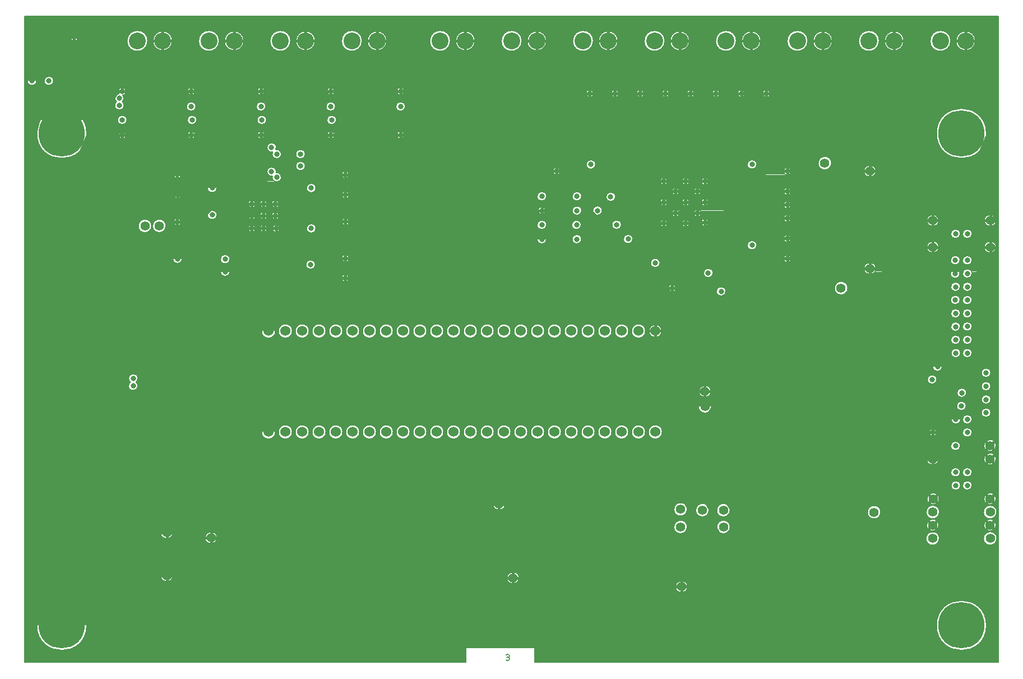
<source format=gbr>
%FSLAX23Y23*%
%MOIN*%
G04 EasyPC Gerber Version 17.0 Build 3379 *
%ADD10C,0.00500*%
%ADD22C,0.01500*%
%ADD70C,0.03200*%
%ADD19C,0.05600*%
%ADD13C,0.06000*%
%ADD76C,0.10000*%
%ADD12C,0.27500*%
X0Y0D02*
D02*
D10*
X2681Y58D02*
Y147D01*
X3089*
Y58*
X5848*
Y3898*
X58*
Y58*
X2681*
X74Y3515D02*
G75*
G02X129I28D01*
G01*
G75*
G02X74I-28*
G01*
X129Y278D02*
G75*
G02X427I149D01*
G01*
G75*
G02X129I-149*
G01*
Y3203D02*
G75*
G02X427I149D01*
G01*
G75*
G02X129I-149*
G01*
X174Y3515D02*
G75*
G02X229I28D01*
G01*
G75*
G02X174I-28*
G01*
X328Y3775D02*
G75*
G02X375I23D01*
G01*
G75*
G02X328I-23*
G01*
X603Y3391D02*
G75*
G02X618Y3440I17J21D01*
G01*
G75*
G02X614Y3453I19J14*
G01*
G75*
G02X661I23*
G01*
G75*
G02X641Y3430I-24*
G01*
G75*
G02X638Y3391I-21J-18*
G01*
G75*
G02X648Y3370I-17J-21*
G01*
G75*
G02X593I-28*
G01*
G75*
G02X603Y3391I28*
G01*
X610Y3283D02*
G75*
G02X665I28D01*
G01*
G75*
G02X610I-28*
G01*
X614Y3193D02*
G75*
G02X661I23D01*
G01*
G75*
G02X614I-23*
G01*
X666Y3753D02*
G75*
G02X789I62D01*
G01*
G75*
G02X666I-62*
G01*
X686Y1724D02*
G75*
G02X675Y1746I17J22D01*
G01*
G75*
G02X730I28*
G01*
G75*
G02X720Y1724I-28J0*
G01*
G75*
G02X730Y1702I-17J-22*
G01*
G75*
G02X675I-28*
G01*
G75*
G02X686Y1724I28*
G01*
X733Y2653D02*
G75*
G02X812I40D01*
G01*
G75*
G02X733I-40*
G01*
X818D02*
G75*
G02X897I40D01*
G01*
G75*
G02X818I-40*
G01*
X820Y3753D02*
G75*
G02X935I58D01*
G01*
G75*
G02X820I-58*
G01*
X867Y573D02*
G75*
G02X938I36D01*
G01*
G75*
G02X867I-36*
G01*
Y828D02*
G75*
G02X938I36D01*
G01*
G75*
G02X867I-36*
G01*
X939Y2457D02*
G75*
G02X994I28D01*
G01*
G75*
G02X939I-28*
G01*
X941Y2676D02*
G75*
G02X988I23D01*
G01*
G75*
G02X941I-23*
G01*
Y2958D02*
G75*
G02X988I23D01*
G01*
G75*
G02X941I-23*
G01*
X943Y2837D02*
G75*
G02X990I23D01*
G01*
G75*
G02X943I-23*
G01*
X1020Y3363D02*
G75*
G02X1075I28D01*
G01*
G75*
G02X1020I-28*
G01*
X1024Y3193D02*
G75*
G02X1071I23D01*
G01*
G75*
G02X1024I-23*
G01*
Y3453D02*
G75*
G02X1071I23D01*
G01*
G75*
G02X1024I-23*
G01*
X1025Y3283D02*
G75*
G02X1080I28D01*
G01*
G75*
G02X1025I-28*
G01*
X1091Y3753D02*
G75*
G02X1214I62D01*
G01*
G75*
G02X1091I-62*
G01*
X1130Y799D02*
G75*
G02X1201I36D01*
G01*
G75*
G02X1130I-36*
G01*
X1145Y2718D02*
G75*
G02X1200I28D01*
G01*
G75*
G02X1145I-28*
G01*
Y2878D02*
G75*
G02X1200I28D01*
G01*
G75*
G02X1145I-28*
G01*
X1222Y2381D02*
G75*
G02X1277I28D01*
G01*
G75*
G02X1222I-28*
G01*
Y2455D02*
G75*
G02X1277I28D01*
G01*
G75*
G02X1222I-28*
G01*
X1245Y3753D02*
G75*
G02X1360I58D01*
G01*
G75*
G02X1245I-58*
G01*
X1384Y2638D02*
G75*
G02X1431I23D01*
G01*
G75*
G02X1384I-23*
G01*
Y2713D02*
G75*
G02X1431I23D01*
G01*
G75*
G02X1384I-23*
G01*
Y2783D02*
G75*
G02X1431I23D01*
G01*
G75*
G02X1384I-23*
G01*
X1435Y3363D02*
G75*
G02X1490I28D01*
G01*
G75*
G02X1435I-28*
G01*
X1439Y3193D02*
G75*
G02X1486I23D01*
G01*
G75*
G02X1439I-23*
G01*
Y3453D02*
G75*
G02X1486I23D01*
G01*
G75*
G02X1439I-23*
G01*
X1440Y3283D02*
G75*
G02X1495I28D01*
G01*
G75*
G02X1440I-28*
G01*
X1454Y2638D02*
G75*
G02X1501I23D01*
G01*
G75*
G02X1454I-23*
G01*
Y2713D02*
G75*
G02X1501I23D01*
G01*
G75*
G02X1454I-23*
G01*
Y2783D02*
G75*
G02X1501I23D01*
G01*
G75*
G02X1454I-23*
G01*
X1466Y1428D02*
G75*
G02X1549I42D01*
G01*
G75*
G02X1466I-42*
G01*
Y2028D02*
G75*
G02X1549I42D01*
G01*
G75*
G02X1466I-42*
G01*
X1516Y3753D02*
G75*
G02X1639I62D01*
G01*
G75*
G02X1516I-62*
G01*
X1524Y2713D02*
G75*
G02X1571I23D01*
G01*
G75*
G02X1524I-23*
G01*
Y2783D02*
G75*
G02X1571I23D01*
G01*
G75*
G02X1524I-23*
G01*
X1529Y2638D02*
G75*
G02X1576I23D01*
G01*
G75*
G02X1529I-23*
G01*
X1530Y2948D02*
G75*
G02X1498Y2975I-4J27D01*
G01*
G75*
G02X1553I28*
G01*
G75*
G02X1552Y2970I-27J0*
G01*
G75*
G02X1584Y2943I4J-27*
G01*
G75*
G02X1529I-28*
G01*
G75*
G02X1530Y2948I27J0*
G01*
X1532Y3092D02*
G75*
G02X1498Y3119I-6J27D01*
G01*
G75*
G02X1553I28*
G01*
G75*
G02X1550Y3107I-28J0*
G01*
G75*
G02X1584Y3080I6J-27*
G01*
G75*
G02X1529I-28*
G01*
G75*
G02X1532Y3092I28J0*
G01*
X1566Y1428D02*
G75*
G02X1649I42D01*
G01*
G75*
G02X1566I-42*
G01*
Y2028D02*
G75*
G02X1649I42D01*
G01*
G75*
G02X1566I-42*
G01*
X1666Y1428D02*
G75*
G02X1749I42D01*
G01*
G75*
G02X1666I-42*
G01*
Y2028D02*
G75*
G02X1749I42D01*
G01*
G75*
G02X1666I-42*
G01*
X1670Y3753D02*
G75*
G02X1785I58D01*
G01*
G75*
G02X1670I-58*
G01*
X1670Y3009D02*
G75*
G02X1725I28D01*
G01*
G75*
G02X1670I-28*
G01*
Y3080D02*
G75*
G02X1725I28D01*
G01*
G75*
G02X1670I-28*
G01*
X1730Y2423D02*
G75*
G02X1785I28D01*
G01*
G75*
G02X1730I-28*
G01*
X1734Y2638D02*
G75*
G02X1789I28D01*
G01*
G75*
G02X1734I-28*
G01*
Y2878D02*
G75*
G02X1789I28D01*
G01*
G75*
G02X1734I-28*
G01*
X1766Y1428D02*
G75*
G02X1849I42D01*
G01*
G75*
G02X1766I-42*
G01*
Y2028D02*
G75*
G02X1849I42D01*
G01*
G75*
G02X1766I-42*
G01*
X1850Y3363D02*
G75*
G02X1905I28D01*
G01*
G75*
G02X1850I-28*
G01*
X1854Y3193D02*
G75*
G02X1901I23D01*
G01*
G75*
G02X1854I-23*
G01*
Y3453D02*
G75*
G02X1901I23D01*
G01*
G75*
G02X1854I-23*
G01*
X1855Y3283D02*
G75*
G02X1910I28D01*
G01*
G75*
G02X1855I-28*
G01*
X1866Y1428D02*
G75*
G02X1949I42D01*
G01*
G75*
G02X1866I-42*
G01*
Y2028D02*
G75*
G02X1949I42D01*
G01*
G75*
G02X1866I-42*
G01*
X1940Y2343D02*
G75*
G02X1987I23D01*
G01*
G75*
G02X1940I-23*
G01*
Y2957D02*
G75*
G02X1987I23D01*
G01*
G75*
G02X1940I-23*
G01*
X1941Y3753D02*
G75*
G02X2064I62D01*
G01*
G75*
G02X1941I-62*
G01*
X1941Y2460D02*
G75*
G02X1988I23D01*
G01*
G75*
G02X1941I-23*
G01*
Y2678D02*
G75*
G02X1988I23D01*
G01*
G75*
G02X1941I-23*
G01*
Y2838D02*
G75*
G02X1988I23D01*
G01*
G75*
G02X1941I-23*
G01*
X1966Y1428D02*
G75*
G02X2049I42D01*
G01*
G75*
G02X1966I-42*
G01*
Y2028D02*
G75*
G02X2049I42D01*
G01*
G75*
G02X1966I-42*
G01*
X2066Y1428D02*
G75*
G02X2149I42D01*
G01*
G75*
G02X2066I-42*
G01*
Y2028D02*
G75*
G02X2149I42D01*
G01*
G75*
G02X2066I-42*
G01*
X2095Y3753D02*
G75*
G02X2210I58D01*
G01*
G75*
G02X2095I-58*
G01*
X2166Y1428D02*
G75*
G02X2249I42D01*
G01*
G75*
G02X2166I-42*
G01*
Y2028D02*
G75*
G02X2249I42D01*
G01*
G75*
G02X2166I-42*
G01*
X2265Y3363D02*
G75*
G02X2320I28D01*
G01*
G75*
G02X2265I-28*
G01*
X2266Y1428D02*
G75*
G02X2349I42D01*
G01*
G75*
G02X2266I-42*
G01*
Y2028D02*
G75*
G02X2349I42D01*
G01*
G75*
G02X2266I-42*
G01*
X2269Y3193D02*
G75*
G02X2316I23D01*
G01*
G75*
G02X2269I-23*
G01*
Y3453D02*
G75*
G02X2316I23D01*
G01*
G75*
G02X2269I-23*
G01*
X2366Y1428D02*
G75*
G02X2449I42D01*
G01*
G75*
G02X2366I-42*
G01*
Y2028D02*
G75*
G02X2449I42D01*
G01*
G75*
G02X2366I-42*
G01*
X2466Y1428D02*
G75*
G02X2549I42D01*
G01*
G75*
G02X2466I-42*
G01*
Y2028D02*
G75*
G02X2549I42D01*
G01*
G75*
G02X2466I-42*
G01*
Y3753D02*
G75*
G02X2589I62D01*
G01*
G75*
G02X2466I-62*
G01*
X2566Y1428D02*
G75*
G02X2649I42D01*
G01*
G75*
G02X2566I-42*
G01*
Y2028D02*
G75*
G02X2649I42D01*
G01*
G75*
G02X2566I-42*
G01*
X2620Y3753D02*
G75*
G02X2735I58D01*
G01*
G75*
G02X2620I-58*
G01*
X2666Y1428D02*
G75*
G02X2749I42D01*
G01*
G75*
G02X2666I-42*
G01*
Y2028D02*
G75*
G02X2749I42D01*
G01*
G75*
G02X2666I-42*
G01*
X2766Y1428D02*
G75*
G02X2849I42D01*
G01*
G75*
G02X2766I-42*
G01*
Y2028D02*
G75*
G02X2849I42D01*
G01*
G75*
G02X2766I-42*
G01*
X2843Y998D02*
G75*
G02X2914I36D01*
G01*
G75*
G02X2843I-36*
G01*
X2866Y1428D02*
G75*
G02X2949I42D01*
G01*
G75*
G02X2866I-42*
G01*
Y2028D02*
G75*
G02X2949I42D01*
G01*
G75*
G02X2866I-42*
G01*
X2891Y3753D02*
G75*
G02X3014I62D01*
G01*
G75*
G02X2891I-62*
G01*
X2926Y560D02*
G75*
G02X2997I36D01*
G01*
G75*
G02X2926I-36*
G01*
X2966Y1428D02*
G75*
G02X3049I42D01*
G01*
G75*
G02X2966I-42*
G01*
Y2028D02*
G75*
G02X3049I42D01*
G01*
G75*
G02X2966I-42*
G01*
X3045Y3753D02*
G75*
G02X3160I58D01*
G01*
G75*
G02X3045I-58*
G01*
X3066Y1428D02*
G75*
G02X3149I42D01*
G01*
G75*
G02X3066I-42*
G01*
Y2028D02*
G75*
G02X3149I42D01*
G01*
G75*
G02X3066I-42*
G01*
X3105Y2574D02*
G75*
G02X3160I28D01*
G01*
G75*
G02X3105I-28*
G01*
Y2659D02*
G75*
G02X3160I28D01*
G01*
G75*
G02X3105I-28*
G01*
X3105Y2829D02*
G75*
G02X3160I28D01*
G01*
G75*
G02X3105I-28*
G01*
X3109Y2744D02*
G75*
G02X3156I23D01*
G01*
G75*
G02X3109I-23*
G01*
X3166Y1428D02*
G75*
G02X3249I42D01*
G01*
G75*
G02X3166I-42*
G01*
Y2028D02*
G75*
G02X3249I42D01*
G01*
G75*
G02X3166I-42*
G01*
X3196Y2978D02*
G75*
G02X3243I23D01*
G01*
G75*
G02X3196I-23*
G01*
X3266Y1428D02*
G75*
G02X3349I42D01*
G01*
G75*
G02X3266I-42*
G01*
Y2028D02*
G75*
G02X3349I42D01*
G01*
G75*
G02X3266I-42*
G01*
X3311Y2659D02*
G75*
G02X3366I28D01*
G01*
G75*
G02X3311I-28*
G01*
X3313Y2574D02*
G75*
G02X3368I28D01*
G01*
G75*
G02X3313I-28*
G01*
X3314Y2744D02*
G75*
G02X3369I28D01*
G01*
G75*
G02X3314I-28*
G01*
Y2829D02*
G75*
G02X3369I28D01*
G01*
G75*
G02X3314I-28*
G01*
X3316Y3753D02*
G75*
G02X3439I62D01*
G01*
G75*
G02X3316I-62*
G01*
X3366Y1428D02*
G75*
G02X3449I42D01*
G01*
G75*
G02X3366I-42*
G01*
Y2028D02*
G75*
G02X3449I42D01*
G01*
G75*
G02X3366I-42*
G01*
X3394Y3440D02*
G75*
G02X3441I23D01*
G01*
G75*
G02X3394I-23*
G01*
X3397Y3018D02*
G75*
G02X3452I28D01*
G01*
G75*
G02X3397I-28*
G01*
X3436Y2744D02*
G75*
G02X3491I28D01*
G01*
G75*
G02X3436I-28*
G01*
X3466Y1428D02*
G75*
G02X3549I42D01*
G01*
G75*
G02X3466I-42*
G01*
Y2028D02*
G75*
G02X3549I42D01*
G01*
G75*
G02X3466I-42*
G01*
X3470Y3753D02*
G75*
G02X3585I58D01*
G01*
G75*
G02X3470I-58*
G01*
X3515Y2826D02*
G75*
G02X3570I28D01*
G01*
G75*
G02X3515I-28*
G01*
X3544Y3440D02*
G75*
G02X3591I23D01*
G01*
G75*
G02X3544I-23*
G01*
X3550Y2660D02*
G75*
G02X3605I28D01*
G01*
G75*
G02X3550I-28*
G01*
X3566Y1428D02*
G75*
G02X3649I42D01*
G01*
G75*
G02X3566I-42*
G01*
Y2028D02*
G75*
G02X3649I42D01*
G01*
G75*
G02X3566I-42*
G01*
X3618Y2575D02*
G75*
G02X3673I28D01*
G01*
G75*
G02X3618I-28*
G01*
X3666Y1428D02*
G75*
G02X3749I42D01*
G01*
G75*
G02X3666I-42*
G01*
Y2028D02*
G75*
G02X3749I42D01*
G01*
G75*
G02X3666I-42*
G01*
X3694Y3440D02*
G75*
G02X3741I23D01*
G01*
G75*
G02X3694I-23*
G01*
X3741Y3753D02*
G75*
G02X3864I62D01*
G01*
G75*
G02X3741I-62*
G01*
X3766Y1428D02*
G75*
G02X3849I42D01*
G01*
G75*
G02X3766I-42*
G01*
X3770Y2028D02*
G75*
G02X3845I38D01*
G01*
G75*
G02X3770I-38*
G01*
X3780Y2433D02*
G75*
G02X3835I28D01*
G01*
G75*
G02X3780I-28*
G01*
X3834Y2668D02*
G75*
G02X3881I23D01*
G01*
G75*
G02X3834I-23*
G01*
Y2793D02*
G75*
G02X3881I23D01*
G01*
G75*
G02X3834I-23*
G01*
Y2918D02*
G75*
G02X3881I23D01*
G01*
G75*
G02X3834I-23*
G01*
X3845Y3440D02*
G75*
G02X3892I23D01*
G01*
G75*
G02X3845I-23*
G01*
X3884Y2283D02*
G75*
G02X3931I23D01*
G01*
G75*
G02X3884I-23*
G01*
X3895Y3753D02*
G75*
G02X4010I58D01*
G01*
G75*
G02X3895I-58*
G01*
X3904Y2728D02*
G75*
G02X3951I23D01*
G01*
G75*
G02X3904I-23*
G01*
Y2858D02*
G75*
G02X3951I23D01*
G01*
G75*
G02X3904I-23*
G01*
X3918Y863D02*
G75*
G02X3997I40D01*
G01*
G75*
G02X3918I-40*
G01*
Y968D02*
G75*
G02X3997I40D01*
G01*
G75*
G02X3918I-40*
G01*
X3928Y508D02*
G75*
G02X3999I36D01*
G01*
G75*
G02X3928I-36*
G01*
X3964Y2668D02*
G75*
G02X4011I23D01*
G01*
G75*
G02X3964I-23*
G01*
Y2793D02*
G75*
G02X4011I23D01*
G01*
G75*
G02X3964I-23*
G01*
Y2918D02*
G75*
G02X4011I23D01*
G01*
G75*
G02X3964I-23*
G01*
X3994Y3440D02*
G75*
G02X4041I23D01*
G01*
G75*
G02X3994I-23*
G01*
X4034Y2728D02*
G75*
G02X4081I23D01*
G01*
G75*
G02X4034I-23*
G01*
Y2858D02*
G75*
G02X4081I23D01*
G01*
G75*
G02X4034I-23*
G01*
X4048Y963D02*
G75*
G02X4127I40D01*
G01*
G75*
G02X4048I-40*
G01*
X4064Y1580D02*
G75*
G02X4143I40D01*
G01*
G75*
G02X4064I-40*
G01*
X4067Y1669D02*
G75*
G02X4138I36D01*
G01*
G75*
G02X4067I-36*
G01*
X4079Y2673D02*
G75*
G02X4126I23D01*
G01*
G75*
G02X4079I-23*
G01*
Y2793D02*
G75*
G02X4126I23D01*
G01*
G75*
G02X4079I-23*
G01*
Y2918D02*
G75*
G02X4126I23D01*
G01*
G75*
G02X4079I-23*
G01*
X4095Y2373D02*
G75*
G02X4150I28D01*
G01*
G75*
G02X4095I-28*
G01*
X4144Y3440D02*
G75*
G02X4191I23D01*
G01*
G75*
G02X4144I-23*
G01*
X4166Y3753D02*
G75*
G02X4289I62D01*
G01*
G75*
G02X4166I-62*
G01*
X4171Y2264D02*
G75*
G02X4226I28D01*
G01*
G75*
G02X4171I-28*
G01*
X4173Y863D02*
G75*
G02X4252I40D01*
G01*
G75*
G02X4173I-40*
G01*
Y963D02*
G75*
G02X4252I40D01*
G01*
G75*
G02X4173I-40*
G01*
X4295Y3440D02*
G75*
G02X4342I23D01*
G01*
G75*
G02X4295I-23*
G01*
X4320Y3753D02*
G75*
G02X4435I58D01*
G01*
G75*
G02X4320I-58*
G01*
X4355Y2538D02*
G75*
G02X4410I28D01*
G01*
G75*
G02X4355I-28*
G01*
Y3018D02*
G75*
G02X4410I28D01*
G01*
G75*
G02X4355I-28*
G01*
X4444Y3440D02*
G75*
G02X4491I23D01*
G01*
G75*
G02X4444I-23*
G01*
X4569Y2458D02*
G75*
G02X4616I23D01*
G01*
G75*
G02X4569I-23*
G01*
Y2578D02*
G75*
G02X4616I23D01*
G01*
G75*
G02X4569I-23*
G01*
Y2698D02*
G75*
G02X4616I23D01*
G01*
G75*
G02X4569I-23*
G01*
Y2778D02*
G75*
G02X4616I23D01*
G01*
G75*
G02X4569I-23*
G01*
Y2858D02*
G75*
G02X4616I23D01*
G01*
G75*
G02X4569I-23*
G01*
Y2978D02*
G75*
G02X4616I23D01*
G01*
G75*
G02X4569I-23*
G01*
X4591Y3753D02*
G75*
G02X4714I62D01*
G01*
G75*
G02X4591I-62*
G01*
X4745D02*
G75*
G02X4860I58D01*
G01*
G75*
G02X4745I-58*
G01*
X4776Y3026D02*
G75*
G02X4855I40D01*
G01*
G75*
G02X4776I-40*
G01*
X4873Y2283D02*
G75*
G02X4952I40D01*
G01*
G75*
G02X4873I-40*
G01*
X5016Y3753D02*
G75*
G02X5139I62D01*
G01*
G75*
G02X5016I-62*
G01*
X5048Y2400D02*
G75*
G02X5119I36D01*
G01*
G75*
G02X5048I-36*
G01*
Y2979D02*
G75*
G02X5119I36D01*
G01*
G75*
G02X5048I-36*
G01*
X5069Y951D02*
G75*
G02X5148I40D01*
G01*
G75*
G02X5069I-40*
G01*
X5170Y3753D02*
G75*
G02X5285I58D01*
G01*
G75*
G02X5170I-58*
G01*
X5417Y795D02*
G75*
G02X5496I40D01*
G01*
G75*
G02X5417I-40*
G01*
X5418Y952D02*
G75*
G02X5497I40D01*
G01*
G75*
G02X5418I-40*
G01*
X5421Y874D02*
G75*
G02X5492I36D01*
G01*
G75*
G02X5421I-36*
G01*
Y1267D02*
G75*
G02X5492I36D01*
G01*
G75*
G02X5421I-36*
G01*
X5422Y2527D02*
G75*
G02X5493I36D01*
G01*
G75*
G02X5422I-36*
G01*
Y2685D02*
G75*
G02X5493I36D01*
G01*
G75*
G02X5422I-36*
G01*
X5424Y1031D02*
G75*
G02X5495I36D01*
G01*
G75*
G02X5424I-36*
G01*
X5426Y1740D02*
G75*
G02X5481I28D01*
G01*
G75*
G02X5426I-28*
G01*
X5434Y1425D02*
G75*
G02X5481I23D01*
G01*
G75*
G02X5434I-23*
G01*
X5441Y3753D02*
G75*
G02X5564I62D01*
G01*
G75*
G02X5441I-62*
G01*
X5458Y1816D02*
G75*
G02X5513I28D01*
G01*
G75*
G02X5458I-28*
G01*
X5479Y278D02*
G75*
G02X5777I149D01*
G01*
G75*
G02X5479I-149*
G01*
Y3203D02*
G75*
G02X5777I149D01*
G01*
G75*
G02X5479I-149*
G01*
X5563Y2369D02*
G75*
G02X5618I28D01*
G01*
G75*
G02X5563I-28*
G01*
X5564Y2213D02*
G75*
G02X5619I28D01*
G01*
G75*
G02X5564I-28*
G01*
Y2449D02*
G75*
G02X5619I28D01*
G01*
G75*
G02X5564I-28*
G01*
X5565Y1188D02*
G75*
G02X5620I28D01*
G01*
G75*
G02X5565I-28*
G01*
Y1345D02*
G75*
G02X5620I28D01*
G01*
G75*
G02X5565I-28*
G01*
Y1976D02*
G75*
G02X5620I28D01*
G01*
G75*
G02X5565I-28*
G01*
Y2054D02*
G75*
G02X5620I28D01*
G01*
G75*
G02X5565I-28*
G01*
Y2133D02*
G75*
G02X5620I28D01*
G01*
G75*
G02X5565I-28*
G01*
Y2291D02*
G75*
G02X5620I28D01*
G01*
G75*
G02X5565I-28*
G01*
Y2606D02*
G75*
G02X5620I28D01*
G01*
G75*
G02X5565I-28*
G01*
X5567Y1110D02*
G75*
G02X5622I28D01*
G01*
G75*
G02X5567I-28*
G01*
Y1897D02*
G75*
G02X5622I28D01*
G01*
G75*
G02X5567I-28*
G01*
X5568Y1503D02*
G75*
G02X5623I28D01*
G01*
G75*
G02X5568I-28*
G01*
X5595Y3753D02*
G75*
G02X5710I58D01*
G01*
G75*
G02X5595I-58*
G01*
X5600Y1583D02*
G75*
G02X5655I28D01*
G01*
G75*
G02X5600I-28*
G01*
X5602Y1661D02*
G75*
G02X5657I28D01*
G01*
G75*
G02X5602I-28*
G01*
X5635Y1110D02*
G75*
G02X5690I28D01*
G01*
G75*
G02X5635I-28*
G01*
Y1188D02*
G75*
G02X5690I28D01*
G01*
G75*
G02X5635I-28*
G01*
Y1425D02*
G75*
G02X5690I28D01*
G01*
G75*
G02X5635I-28*
G01*
Y1503D02*
G75*
G02X5690I28D01*
G01*
G75*
G02X5635I-28*
G01*
Y1897D02*
G75*
G02X5690I28D01*
G01*
G75*
G02X5635I-28*
G01*
Y1976D02*
G75*
G02X5690I28D01*
G01*
G75*
G02X5635I-28*
G01*
Y2055D02*
G75*
G02X5690I28D01*
G01*
G75*
G02X5635I-28*
G01*
Y2133D02*
G75*
G02X5690I28D01*
G01*
G75*
G02X5635I-28*
G01*
Y2212D02*
G75*
G02X5690I28D01*
G01*
G75*
G02X5635I-28*
G01*
Y2291D02*
G75*
G02X5690I28D01*
G01*
G75*
G02X5635I-28*
G01*
Y2370D02*
G75*
G02X5690I28D01*
G01*
G75*
G02X5635I-28*
G01*
Y2448D02*
G75*
G02X5690I28D01*
G01*
G75*
G02X5635I-28*
G01*
Y2606D02*
G75*
G02X5690I28D01*
G01*
G75*
G02X5635I-28*
G01*
X5747Y1543D02*
G75*
G02X5802I28D01*
G01*
G75*
G02X5747I-28*
G01*
Y1621D02*
G75*
G02X5802I28D01*
G01*
G75*
G02X5747I-28*
G01*
Y1700D02*
G75*
G02X5802I28D01*
G01*
G75*
G02X5747I-28*
G01*
Y1780D02*
G75*
G02X5802I28D01*
G01*
G75*
G02X5747I-28*
G01*
X5759Y795D02*
G75*
G02X5838I40D01*
G01*
G75*
G02X5759I-40*
G01*
Y952D02*
G75*
G02X5838I40D01*
G01*
G75*
G02X5759I-40*
G01*
X5762Y874D02*
G75*
G02X5833I36D01*
G01*
G75*
G02X5762I-36*
G01*
Y1031D02*
G75*
G02X5833I36D01*
G01*
G75*
G02X5762I-36*
G01*
Y1267D02*
G75*
G02X5833I36D01*
G01*
G75*
G02X5762I-36*
G01*
Y1347D02*
G75*
G02X5833I36D01*
G01*
G75*
G02X5762I-36*
G01*
X5763Y2527D02*
G75*
G02X5834I36D01*
G01*
G75*
G02X5763I-36*
G01*
Y2685D02*
G75*
G02X5834I36D01*
G01*
G75*
G02X5763I-36*
G01*
X58Y3515D02*
G36*
Y3453D01*
X614*
G75*
G02X661I23*
G01*
X1024*
G75*
G02X1071I23*
G01*
X1439*
G75*
G02X1486I23*
G01*
X1854*
G75*
G02X1901I23*
G01*
X2269*
G75*
G02X2316I23*
G01*
X3398*
G75*
G02X3437I19J-14*
G01*
X3548*
G75*
G02X3587I19J-14*
G01*
X3699*
G75*
G02X3737I19J-14*
G01*
X3849*
G75*
G02X3887I19J-14*
G01*
X3999*
G75*
G02X4037I19J-14*
G01*
X4148*
G75*
G02X4187I19J-14*
G01*
X4299*
G75*
G02X4338I19J-14*
G01*
X4448*
G75*
G02X4486I19J-14*
G01*
X5848*
Y3515*
X229*
G75*
G02X174I-28*
G01*
X129*
G75*
G02X74I-28*
G01*
X58*
G37*
X74D02*
G36*
G75*
G02X129I28D01*
G01*
X174*
G75*
G02X229I28*
G01*
X5848*
Y3775*
X5705*
G75*
G02X5710Y3753I-53J-23*
G01*
G75*
G02X5595I-58*
G01*
G75*
G02X5600Y3775I58J0*
G01*
X5560*
G75*
G02X5564Y3753I-57J-23*
G01*
G75*
G02X5441I-62*
G01*
G75*
G02X5445Y3775I62J0*
G01*
X5280*
G75*
G02X5285Y3753I-53J-23*
G01*
G75*
G02X5170I-58*
G01*
G75*
G02X5175Y3775I58J0*
G01*
X5135*
G75*
G02X5139Y3753I-57J-23*
G01*
G75*
G02X5016I-62*
G01*
G75*
G02X5020Y3775I62J0*
G01*
X4855*
G75*
G02X4860Y3753I-53J-23*
G01*
G75*
G02X4745I-58*
G01*
G75*
G02X4750Y3775I58J0*
G01*
X4710*
G75*
G02X4714Y3753I-57J-23*
G01*
G75*
G02X4591I-62*
G01*
G75*
G02X4595Y3775I62J0*
G01*
X4430*
G75*
G02X4435Y3753I-53J-23*
G01*
G75*
G02X4320I-58*
G01*
G75*
G02X4325Y3775I58J0*
G01*
X4285*
G75*
G02X4289Y3753I-57J-23*
G01*
G75*
G02X4166I-62*
G01*
G75*
G02X4170Y3775I62J0*
G01*
X4005*
G75*
G02X4010Y3753I-53J-23*
G01*
G75*
G02X3895I-58*
G01*
G75*
G02X3900Y3775I58J0*
G01*
X3860*
G75*
G02X3864Y3753I-57J-23*
G01*
G75*
G02X3741I-62*
G01*
G75*
G02X3745Y3775I62J0*
G01*
X3580*
G75*
G02X3585Y3753I-53J-23*
G01*
G75*
G02X3470I-58*
G01*
G75*
G02X3475Y3775I58J0*
G01*
X3435*
G75*
G02X3439Y3753I-57J-23*
G01*
G75*
G02X3316I-62*
G01*
G75*
G02X3320Y3775I62J0*
G01*
X3155*
G75*
G02X3160Y3753I-53J-23*
G01*
G75*
G02X3045I-58*
G01*
G75*
G02X3050Y3775I58J0*
G01*
X3010*
G75*
G02X3014Y3753I-57J-23*
G01*
G75*
G02X2891I-62*
G01*
G75*
G02X2895Y3775I62J0*
G01*
X2730*
G75*
G02X2735Y3753I-53J-23*
G01*
G75*
G02X2620I-58*
G01*
G75*
G02X2625Y3775I58J0*
G01*
X2585*
G75*
G02X2589Y3753I-57J-23*
G01*
G75*
G02X2466I-62*
G01*
G75*
G02X2470Y3775I62J0*
G01*
X2205*
G75*
G02X2210Y3753I-53J-23*
G01*
G75*
G02X2095I-58*
G01*
G75*
G02X2100Y3775I58J0*
G01*
X2060*
G75*
G02X2064Y3753I-57J-23*
G01*
G75*
G02X1941I-62*
G01*
G75*
G02X1945Y3775I62J0*
G01*
X1780*
G75*
G02X1785Y3753I-53J-23*
G01*
G75*
G02X1670I-58*
G01*
G75*
G02X1675Y3775I58J0*
G01*
X1635*
G75*
G02X1639Y3753I-57J-23*
G01*
G75*
G02X1516I-62*
G01*
G75*
G02X1520Y3775I62J0*
G01*
X1355*
G75*
G02X1360Y3753I-53J-23*
G01*
G75*
G02X1245I-58*
G01*
G75*
G02X1250Y3775I58J0*
G01*
X1210*
G75*
G02X1214Y3753I-57J-23*
G01*
G75*
G02X1091I-62*
G01*
G75*
G02X1095Y3775I62J0*
G01*
X930*
G75*
G02X935Y3753I-53J-23*
G01*
G75*
G02X820I-58*
G01*
G75*
G02X825Y3775I58J0*
G01*
X785*
G75*
G02X789Y3753I-57J-23*
G01*
G75*
G02X666I-62*
G01*
G75*
G02X670Y3775I62J0*
G01*
X375*
G75*
G02X328I-23*
G01*
X58*
Y3515*
X74*
G37*
X58Y278D02*
G36*
Y58D01*
X2681*
Y147*
X3089*
Y58*
X5848*
Y278*
X5777*
G75*
G02X5479I-149*
G01*
X427*
G75*
G02X129I-149*
G01*
X58*
G37*
X129D02*
G36*
G75*
G02X427I149D01*
G01*
X5479*
G75*
G02X5777I149*
G01*
X5848*
Y508*
X3999*
G75*
G02X3928I-36*
G01*
X58*
Y278*
X129*
G37*
X58Y3203D02*
G36*
Y3099D01*
X170*
G75*
G02X129Y3203I108J103*
G01*
X58*
G37*
X129D02*
G36*
G75*
G02X152Y3283I149J0D01*
G01*
X58*
Y3203*
X129*
G37*
X427D02*
G36*
G75*
G02X385Y3099I-149D01*
G01*
X1506*
G75*
G02X1498Y3119I20J19*
G01*
G75*
G02X1553I28*
G01*
G75*
G02X1550Y3107I-28J0*
G01*
G75*
G02X1576Y3099I6J-27*
G01*
X1678*
G75*
G02X1717I20J-19*
G01*
X5520*
G75*
G02X5479Y3203I108J103*
G01*
X2314*
G75*
G02X2316Y3193I-22J-9*
G01*
G75*
G02X2269I-23*
G01*
G75*
G02X2271Y3203I23J0*
G01*
X1899*
G75*
G02X1901Y3193I-22J-9*
G01*
G75*
G02X1854I-23*
G01*
G75*
G02X1856Y3203I23J0*
G01*
X1484*
G75*
G02X1486Y3193I-22J-9*
G01*
G75*
G02X1439I-23*
G01*
G75*
G02X1441Y3203I23J0*
G01*
X1069*
G75*
G02X1071Y3193I-22J-9*
G01*
G75*
G02X1024I-23*
G01*
G75*
G02X1026Y3203I23J0*
G01*
X659*
G75*
G02X661Y3193I-22J-9*
G01*
G75*
G02X614I-23*
G01*
G75*
G02X616Y3203I23J0*
G01*
X427*
G37*
X616D02*
G36*
G75*
G02X659I22J-9D01*
G01*
X1026*
G75*
G02X1069I22J-9*
G01*
X1441*
G75*
G02X1484I22J-9*
G01*
X1856*
G75*
G02X1899I22J-9*
G01*
X2271*
G75*
G02X2314I22J-9*
G01*
X5479*
G75*
G02X5502Y3283I149J0*
G01*
X1910*
G75*
G02X1855I-28*
G01*
X1495*
G75*
G02X1440Y3283I-28J-1*
G01*
X1080Y3283*
G75*
G02X1025Y3283I-28J-1*
G01*
X665Y3283*
G75*
G02X610I-28*
G01*
X403*
G75*
G02X427Y3203I-125J-81*
G01*
X616*
G37*
X5777D02*
G36*
G75*
G02X5735Y3099I-149D01*
G01*
X5848*
Y3203*
X5777*
G37*
X5848D02*
G36*
Y3283D01*
X5753*
G75*
G02X5777Y3203I-125J-81*
G01*
X5848*
G37*
X328Y3775D02*
G36*
G75*
G02X375I23D01*
G01*
X670*
G75*
G02X785I57J-23*
G01*
X825*
G75*
G02X930I53J-23*
G01*
X1095*
G75*
G02X1210I57J-23*
G01*
X1250*
G75*
G02X1355I53J-23*
G01*
X1520*
G75*
G02X1635I57J-23*
G01*
X1675*
G75*
G02X1780I53J-23*
G01*
X1945*
G75*
G02X2060I57J-23*
G01*
X2100*
G75*
G02X2205I53J-23*
G01*
X2470*
G75*
G02X2585I57J-23*
G01*
X2625*
G75*
G02X2730I53J-23*
G01*
X2895*
G75*
G02X3010I57J-23*
G01*
X3050*
G75*
G02X3155I53J-23*
G01*
X3320*
G75*
G02X3435I57J-23*
G01*
X3475*
G75*
G02X3580I53J-23*
G01*
X3745*
G75*
G02X3860I57J-23*
G01*
X3900*
G75*
G02X4005I53J-23*
G01*
X4170*
G75*
G02X4285I57J-23*
G01*
X4325*
G75*
G02X4430I53J-23*
G01*
X4595*
G75*
G02X4710I57J-23*
G01*
X4750*
G75*
G02X4855I53J-23*
G01*
X5020*
G75*
G02X5135I57J-23*
G01*
X5175*
G75*
G02X5280I53J-23*
G01*
X5445*
G75*
G02X5560I57J-23*
G01*
X5600*
G75*
G02X5705I53J-23*
G01*
X5848*
Y3898*
X58*
Y3775*
X328*
G37*
X58Y3409D02*
G36*
Y3363D01*
X594*
G75*
G02X593Y3370I27J6*
G01*
G75*
G02X603Y3391I28*
G01*
G75*
G02X593Y3409I17J21*
G01*
X58*
G37*
X593D02*
G36*
G75*
G02X618Y3440I27J3D01*
G01*
G75*
G02X614Y3453I19J14*
G01*
X58*
Y3409*
X593*
G37*
X648D02*
G36*
G75*
G02X638Y3391I-27J3D01*
G01*
G75*
G02X648Y3370I-17J-21*
G01*
G75*
G02X647Y3363I-28*
G01*
X1020*
G75*
G02X1075I28*
G01*
X1435*
G75*
G02X1490I28*
G01*
X1850*
G75*
G02X1905I28*
G01*
X2265*
G75*
G02X2320I28*
G01*
X5848*
Y3409*
X648*
G37*
X5848D02*
G36*
Y3453D01*
X4486*
G75*
G02X4491Y3440I-19J-14*
G01*
G75*
G02X4444I-23*
G01*
G75*
G02X4448Y3453I23*
G01*
X4338*
G75*
G02X4342Y3440I-19J-14*
G01*
G75*
G02X4295I-23*
G01*
G75*
G02X4299Y3453I23*
G01*
X4187*
G75*
G02X4191Y3440I-19J-14*
G01*
G75*
G02X4144I-23*
G01*
G75*
G02X4148Y3453I23*
G01*
X4037*
G75*
G02X4041Y3440I-19J-14*
G01*
G75*
G02X3994I-23*
G01*
G75*
G02X3999Y3453I23*
G01*
X3887*
G75*
G02X3892Y3440I-19J-14*
G01*
G75*
G02X3845I-23*
G01*
G75*
G02X3849Y3453I23*
G01*
X3737*
G75*
G02X3741Y3440I-19J-14*
G01*
G75*
G02X3694I-23*
G01*
G75*
G02X3699Y3453I23J0*
G01*
X3587*
G75*
G02X3591Y3440I-19J-14*
G01*
G75*
G02X3544I-23*
G01*
G75*
G02X3548Y3453I23*
G01*
X3437*
G75*
G02X3441Y3440I-19J-14*
G01*
G75*
G02X3394I-23*
G01*
G75*
G02X3398Y3453I23*
G01*
X2316*
G75*
G02X2269I-23*
G01*
X1901*
G75*
G02X1854I-23*
G01*
X1486*
G75*
G02X1439I-23*
G01*
X1071*
G75*
G02X1024I-23*
G01*
X661*
G75*
G02X641Y3430I-24*
G01*
G75*
G02X648Y3409I-21J-18*
G01*
X5848*
G37*
X152Y3283D02*
G36*
G75*
G02X403I125J-81D01*
G01*
X610*
G75*
G02X665I28*
G01*
X1025*
G75*
G02X1080I28J-1*
G01*
X1440*
G75*
G02X1495I28J-1*
G01*
X1855*
G75*
G02X1910I28*
G01*
X5502*
G75*
G02X5753I125J-81*
G01*
X5848*
Y3363*
X2320*
G75*
G02X2265I-28*
G01*
X1905*
G75*
G02X1850I-28*
G01*
X1490*
G75*
G02X1435I-28*
G01*
X1075*
G75*
G02X1020I-28*
G01*
X647*
G75*
G02X594I-27J6*
G01*
X58*
Y3283*
X152*
G37*
X58Y1724D02*
G36*
Y1669D01*
X4067*
G75*
G02X4138I36*
G01*
X5603*
G75*
G02X5656I26J-7*
G01*
X5848*
Y1724*
X5788*
G75*
G02X5802Y1700I-13J-24*
G01*
G75*
G02X5747I-28*
G01*
G75*
G02X5762Y1724I28*
G01*
X5476*
G75*
G02X5431I-23J16*
G01*
X720Y1724*
G75*
G02X730Y1702I-17J-22*
G01*
G75*
G02X675I-28*
G01*
G75*
G02X686Y1724I28*
G01*
X58Y1724*
G37*
X686Y1724D02*
G36*
G75*
G02X675Y1746I17J22D01*
G01*
G75*
G02X730I28*
G01*
G75*
G02X720Y1724I-28J0*
G01*
X5431Y1724*
G75*
G02X5426Y1740I23J16*
G01*
G75*
G02X5481I28*
G01*
G75*
G02X5476Y1724I-28*
G01*
X5762*
G75*
G02X5788I13J-24*
G01*
X5848*
Y1780*
X5802*
G75*
G02X5747I-28*
G01*
X58*
Y1724*
X686Y1724*
G37*
X58Y2653D02*
G36*
Y2606D01*
X5565*
G75*
G02X5620I28*
G01*
X5635*
G75*
G02X5690I28J0*
G01*
X5848*
Y2653*
X5814*
G75*
G02X5783I-16J32*
G01*
X5473*
G75*
G02X5442I-16J32*
G01*
X4115*
G75*
G02X4090I-12J20*
G01*
X4006*
G75*
G02X3969I-18J15*
G01*
X3876*
G75*
G02X3839I-18J15*
G01*
X3604*
G75*
G02X3550I-27J7*
G01*
X3365*
G75*
G02X3312I-27J7*
G01*
X3159*
G75*
G02X3106I-27J7*
G01*
X1785*
G75*
G02X1789Y2638I-24J-14*
G01*
G75*
G02X1734I-28*
G01*
G75*
G02X1738Y2653I28*
G01*
X1571*
G75*
G02X1576Y2638I-18J-15*
G01*
G75*
G02X1529I-23*
G01*
G75*
G02X1534Y2653I23*
G01*
X1496*
G75*
G02X1501Y2638I-18J-15*
G01*
G75*
G02X1454I-23*
G01*
G75*
G02X1459Y2653I23*
G01*
X1426*
G75*
G02X1431Y2638I-18J-15*
G01*
G75*
G02X1384I-23*
G01*
G75*
G02X1389Y2653I23*
G01*
X969*
G75*
G02X961I-4J23*
G01*
X897*
G75*
G02X818I-40*
G01*
X812*
G75*
G02X733I-40*
G01*
X58*
G37*
X733D02*
G36*
G75*
G02X742Y2678I40D01*
G01*
X58*
Y2653*
X733*
G37*
X818D02*
G36*
G75*
G02X827Y2678I40D01*
G01*
X803*
G75*
G02X812Y2653I-30J-26*
G01*
X818*
G37*
X961D02*
G36*
G75*
G02X941Y2676I4J23D01*
G01*
G75*
G02X942Y2678I23J0*
G01*
X888*
G75*
G02X897Y2653I-30J-26*
G01*
X961*
G37*
X1389D02*
G36*
G75*
G02X1426I18J-15D01*
G01*
X1459*
G75*
G02X1496I18J-15*
G01*
X1534*
G75*
G02X1571I18J-15*
G01*
X1738*
G75*
G02X1785I24J-14*
G01*
X3106*
G75*
G02X3105Y2659I27J7*
G01*
G75*
G02X3113Y2678I28*
G01*
X1988*
G75*
G02X1941I-23*
G01*
X988*
G75*
G02X988Y2676I-23J-3*
G01*
G75*
G02X969Y2653I-23*
G01*
X1389*
G37*
X3312D02*
G36*
G75*
G02X3311Y2659I27J7D01*
G01*
G75*
G02X3319Y2678I28*
G01*
X3153*
G75*
G02X3160Y2659I-20J-19*
G01*
G75*
G02X3159Y2653I-28J0*
G01*
X3312*
G37*
X3550D02*
G36*
G75*
G02X3550Y2660I27J7D01*
G01*
G75*
G02X3557Y2678I28*
G01*
X3359*
G75*
G02X3366Y2659I-20J-19*
G01*
G75*
G02X3365Y2653I-28J0*
G01*
X3550*
G37*
X3839D02*
G36*
G75*
G02X3834Y2668I18J15D01*
G01*
G75*
G02X3837Y2678I23J0*
G01*
X3597*
G75*
G02X3605Y2660I-20J-19*
G01*
G75*
G02X3604Y2653I-28J0*
G01*
X3839*
G37*
X3969D02*
G36*
G75*
G02X3964Y2668I18J15D01*
G01*
G75*
G02X3967Y2678I23J0*
G01*
X3878*
G75*
G02X3881Y2668I-21J-11*
G01*
G75*
G02X3876Y2653I-23*
G01*
X3969*
G37*
X4090D02*
G36*
G75*
G02X4079Y2673I12J20D01*
G01*
G75*
G02X4080Y2678I23J0*
G01*
X4008*
G75*
G02X4011Y2668I-21J-11*
G01*
G75*
G02X4006Y2653I-23*
G01*
X4090*
G37*
X5442D02*
G36*
G75*
G02X5423Y2678I16J32D01*
G01*
X4606*
G75*
G02X4579I-13J19*
G01*
X4125*
G75*
G02X4126Y2673I-23J-6*
G01*
G75*
G02X4115Y2653I-23*
G01*
X5442*
G37*
X5783D02*
G36*
G75*
G02X5764Y2678I16J32D01*
G01*
X5493*
G75*
G02X5473Y2653I-35J6*
G01*
X5783*
G37*
X5848D02*
G36*
Y2678D01*
X5834*
G75*
G02X5814Y2653I-35J6*
G01*
X5848*
G37*
X58Y573D02*
G36*
Y508D01*
X3928*
G75*
G02X3999I36*
G01*
X5848*
Y573*
X2995*
G75*
G02X2997Y560I-33J-12*
G01*
G75*
G02X2926I-36*
G01*
G75*
G02X2928Y573I36J0*
G01*
X938*
G75*
G02X867I-36*
G01*
X58*
G37*
X867D02*
G36*
G75*
G02X938I36D01*
G01*
X2928*
G75*
G02X2995I33J-12*
G01*
X5848*
Y828*
X5821*
G75*
G02X5838Y795I-22J-33*
G01*
G75*
G02X5759I-40*
G01*
G75*
G02X5776Y828I40*
G01*
X5479*
G75*
G02X5496Y795I-22J-33*
G01*
G75*
G02X5417I-40*
G01*
G75*
G02X5434Y828I40*
G01*
X4231*
G75*
G02X4194I-18J35*
G01*
X3976*
G75*
G02X3939I-18J35*
G01*
X1187*
G75*
G02X1201Y799I-21J-29*
G01*
G75*
G02X1130I-36*
G01*
G75*
G02X1145Y828I36*
G01*
X938*
G75*
G02X867I-36*
G01*
X58*
Y573*
X867*
G37*
Y828D02*
G36*
G75*
G02X938I36D01*
G01*
X1145*
G75*
G02X1187I21J-29*
G01*
X3939*
G75*
G02X3918Y863I18J35*
G01*
G75*
G02X3920Y874I40J0*
G01*
X58*
Y828*
X867*
G37*
X4194D02*
G36*
G75*
G02X4173Y863I18J35D01*
G01*
G75*
G02X4175Y874I40J0*
G01*
X3995*
G75*
G02X3997Y863I-38J-11*
G01*
G75*
G02X3976Y828I-40*
G01*
X4194*
G37*
X5434D02*
G36*
G75*
G02X5479I22J-33D01*
G01*
X5776*
G75*
G02X5821I22J-33*
G01*
X5848*
Y874*
X5833*
G75*
G02X5762I-36*
G01*
X5492*
G75*
G02X5421I-36*
G01*
X4250*
G75*
G02X4252Y863I-38J-11*
G01*
G75*
G02X4231Y828I-40*
G01*
X5434*
G37*
X58Y2457D02*
G36*
Y2423D01*
X1730*
G75*
G02X1785I28*
G01*
X3782*
G75*
G02X3780Y2433I26J10*
G01*
G75*
G02X3796Y2457I28*
G01*
X1988*
G75*
G02X1941I-23J2*
G01*
X1277*
G75*
G02X1277Y2455I-27J-3*
G01*
G75*
G02X1222I-28*
G01*
G75*
G02X1222Y2457I28J0*
G01*
X994*
G75*
G02X939I-28*
G01*
X58*
G37*
X939D02*
G36*
G75*
G02X994I28D01*
G01*
X1222*
G75*
G02X1277I27J-2*
G01*
X1941*
G75*
G02X1941Y2460I23J3*
G01*
G75*
G02X1988I23*
G01*
G75*
G02X1988Y2457I-23J0*
G01*
X3796*
G75*
G02X3819I12J-25*
G01*
X4569*
Y2458*
G75*
G02X4616I23*
G01*
Y2457*
X5566*
G75*
G02X5618I26J-9*
G01*
X5637*
G75*
G02X5688I26J-9*
G01*
X5848*
Y2538*
X5833*
G75*
G02X5834Y2527I-34J-10*
G01*
G75*
G02X5763I-36*
G01*
G75*
G02X5765Y2538I36J0*
G01*
X5492*
G75*
G02X5493Y2527I-34J-10*
G01*
G75*
G02X5422I-36*
G01*
G75*
G02X5424Y2538I36J0*
G01*
X4410*
G75*
G02X4355I-28*
G01*
X58*
Y2457*
X939*
G37*
X3819D02*
G36*
G75*
G02X3835Y2433I-12J-25D01*
G01*
G75*
G02X3833Y2423I-28*
G01*
X5056*
G75*
G02X5111I27J-23*
G01*
X5583*
G75*
G02X5564Y2449I9J26*
G01*
G75*
G02X5566Y2457I28*
G01*
X4616*
G75*
G02X4569I-23J0*
G01*
X3819*
G37*
X5618D02*
G36*
G75*
G02X5619Y2449I-26J-9D01*
G01*
G75*
G02X5601Y2423I-28*
G01*
X5653*
G75*
G02X5635Y2448I10J26*
G01*
G75*
G02X5637Y2457I28J0*
G01*
X5618*
G37*
X5688D02*
G36*
G75*
G02X5690Y2448I-26J-9D01*
G01*
G75*
G02X5672Y2423I-28*
G01*
X5848*
Y2457*
X5688*
G37*
X58Y2958D02*
G36*
Y2918D01*
X1546*
G75*
G02X1529Y2943I11J25*
G01*
G75*
G02X1530Y2948I27J0*
G01*
G75*
G02X1504Y2958I-4J27*
G01*
X988*
G75*
G02X941I-23*
G01*
X58*
G37*
X941D02*
G36*
G75*
G02X988I23D01*
G01*
X1504*
G75*
G02X1498Y2975I21J17*
G01*
G75*
G02X1553I28*
G01*
G75*
G02X1552Y2970I-27J0*
G01*
G75*
G02X1580Y2958I4J-27*
G01*
X1940*
G75*
G02X1987I23J-1*
G01*
X3207*
G75*
G02X3196Y2978I12J20*
G01*
G75*
G02X3243I23*
G01*
G75*
G02X3232Y2958I-23*
G01*
X4580*
G75*
G02X4569Y2978I13J20*
G01*
G75*
G02X4616I23*
G01*
G75*
G02X4605Y2958I-23*
G01*
X5055*
G75*
G02X5048Y2979I28J21*
G01*
G75*
G02X5064Y3009I36*
G01*
X4851*
G75*
G02X4780I-35J17*
G01*
X4409*
G75*
G02X4356I-26J9*
G01*
X3451*
G75*
G02X3399I-26J9*
G01*
X1725*
G75*
G02X1670I-28*
G01*
X58*
Y2958*
X941*
G37*
X1580D02*
G36*
G75*
G02X1584Y2943I-23J-15D01*
G01*
G75*
G02X1567Y2918I-28*
G01*
X3834*
G75*
G02X3881I23*
G01*
X3964*
G75*
G02X4011I23*
G01*
X4079*
G75*
G02X4126I23*
G01*
X5848*
Y2958*
X5112*
G75*
G02X5055I-28J21*
G01*
X4605*
G75*
G02X4580I-13J20*
G01*
X3232*
G75*
G02X3207I-12J20*
G01*
X1987*
G75*
G02X1987Y2957I-23J-1*
G01*
G75*
G02X1940I-23*
G01*
G75*
G02X1940Y2958I23J0*
G01*
X1580*
G37*
X5848D02*
G36*
Y3009D01*
X5103*
G75*
G02X5119Y2979I-19J-30*
G01*
G75*
G02X5112Y2958I-36J0*
G01*
X5848*
G37*
X58Y2837D02*
G36*
Y2783D01*
X1384*
G75*
G02X1431I23*
G01*
X1454*
G75*
G02X1501I23*
G01*
X1524*
G75*
G02X1571I23*
G01*
X3836*
G75*
G02X3834Y2793I21J10*
G01*
G75*
G02X3881I23*
G01*
G75*
G02X3879Y2783I-23J0*
G01*
X3966*
G75*
G02X3964Y2793I21J10*
G01*
G75*
G02X4011I23*
G01*
G75*
G02X4009Y2783I-23J0*
G01*
X4081*
G75*
G02X4079Y2793I21J10*
G01*
G75*
G02X4126I23*
G01*
G75*
G02X4124Y2783I-23J0*
G01*
X4570*
G75*
G02X4615I23J-5*
G01*
X5848*
Y2837*
X4603*
G75*
G02X4582I-11J21*
G01*
X4068*
G75*
G02X4047I-11J21*
G01*
X3938*
G75*
G02X3917I-11J21*
G01*
X3567*
G75*
G02X3570Y2826I-25J-11*
G01*
G75*
G02X3515I-28*
G01*
G75*
G02X3517Y2837I28*
G01*
X3368*
G75*
G02X3369Y2829I-26J-8*
G01*
G75*
G02X3314I-28*
G01*
G75*
G02X3315Y2837I28J0*
G01*
X3159*
G75*
G02X3160Y2829I-26J-8*
G01*
G75*
G02X3105I-28*
G01*
G75*
G02X3106Y2837I28J0*
G01*
X1988*
G75*
G02X1941I-23J1*
G01*
X990*
G75*
G02X943I-23*
G01*
X58*
G37*
X943D02*
G36*
G75*
G02X990I23D01*
G01*
X1941*
G75*
G02X1941Y2838I23J1*
G01*
G75*
G02X1988I23*
G01*
G75*
G02X1988Y2837I-23J0*
G01*
X3106*
G75*
G02X3159I26J-8*
G01*
X3315*
G75*
G02X3368I26J-8*
G01*
X3517*
G75*
G02X3567I25J-11*
G01*
X3917*
G75*
G02X3904Y2858I11J21*
G01*
G75*
G02X3915Y2878I23*
G01*
X1789*
G75*
G02X1734I-28J0*
G01*
X1200*
G75*
G02X1145I-28*
G01*
X58*
Y2837*
X943*
G37*
X4047D02*
G36*
G75*
G02X4034Y2858I11J21D01*
G01*
G75*
G02X4045Y2878I23*
G01*
X3940*
G75*
G02X3951Y2858I-12J-20*
G01*
G75*
G02X3938Y2837I-23*
G01*
X4047*
G37*
X4582D02*
G36*
G75*
G02X4569Y2858I11J21D01*
G01*
G75*
G02X4580Y2878I23*
G01*
X4070*
G75*
G02X4081Y2858I-12J-20*
G01*
G75*
G02X4068Y2837I-23*
G01*
X4582*
G37*
X5848D02*
G36*
Y2878D01*
X4605*
G75*
G02X4616Y2858I-12J-20*
G01*
G75*
G02X4603Y2837I-23*
G01*
X5848*
G37*
X58Y2718D02*
G36*
Y2678D01*
X742*
G75*
G02X803I30J-26*
G01*
X827*
G75*
G02X888I30J-26*
G01*
X942*
G75*
G02X988I23J-2*
G01*
X1941*
G75*
G02X1988I23*
G01*
X3113*
G75*
G02X3153I20J-19*
G01*
X3319*
G75*
G02X3359I20J-19*
G01*
X3557*
G75*
G02X3597I20J-19*
G01*
X3837*
G75*
G02X3878I21J-11*
G01*
X3967*
G75*
G02X4008I21J-11*
G01*
X4080*
G75*
G02X4125I23J-6*
G01*
X4579*
G75*
G02X4569Y2698I13J19*
G01*
G75*
G02X4580Y2718I23*
G01*
X4079*
G75*
G02X4036I-21J10*
G01*
X3949*
G75*
G02X3906I-21J10*
G01*
X3470*
G75*
G02X3457I-6J27*
G01*
X3349*
G75*
G02X3334I-8J26*
G01*
X1570*
G75*
G02X1571Y2713I-23J-5*
G01*
G75*
G02X1524I-23*
G01*
G75*
G02X1525Y2718I23J0*
G01*
X1500*
G75*
G02X1501Y2713I-23J-5*
G01*
G75*
G02X1454I-23*
G01*
G75*
G02X1455Y2718I23J0*
G01*
X1430*
G75*
G02X1431Y2713I-23J-5*
G01*
G75*
G02X1384I-23*
G01*
G75*
G02X1385Y2718I23J0*
G01*
X1200*
G75*
G02X1145I-28*
G01*
X58*
G37*
X1145D02*
G36*
G75*
G02X1166Y2744I28D01*
G01*
X58*
Y2718*
X1145*
G37*
X1385D02*
G36*
G75*
G02X1430I23J-5D01*
G01*
X1455*
G75*
G02X1500I23J-5*
G01*
X1525*
G75*
G02X1570I23J-5*
G01*
X3334*
G75*
G02X3314Y2744I8J26*
G01*
Y2744*
X3156*
G75*
G02X3109I-23*
G01*
X1179*
G75*
G02X1200Y2718I-7J-27*
G01*
X1385*
G37*
X3457D02*
G36*
G75*
G02X3436Y2744I6J27D01*
G01*
X3369*
Y2744*
G75*
G02X3349Y2718I-28*
G01*
X3457*
G37*
X3906D02*
G36*
G75*
G02X3904Y2728I21J10D01*
G01*
G75*
G02X3911Y2744I23*
G01*
X3491*
G75*
G02X3470Y2718I-28J0*
G01*
X3906*
G37*
X4036D02*
G36*
G75*
G02X4034Y2728I21J10D01*
G01*
G75*
G02X4041Y2744I23*
G01*
X3944*
G75*
G02X3951Y2728I-17J-17*
G01*
G75*
G02X3949Y2718I-23J0*
G01*
X4036*
G37*
X4580D02*
G36*
G75*
G02X4605I12J-20D01*
G01*
X5445*
G75*
G02X5471I13J-33*
G01*
X5786*
G75*
G02X5811I13J-33*
G01*
X5848*
Y2744*
X4074*
G75*
G02X4081Y2728I-17J-17*
G01*
G75*
G02X4079Y2718I-23J0*
G01*
X4580*
G37*
X4605D02*
G36*
G75*
G02X4616Y2698I-12J-20D01*
G01*
G75*
G02X4606Y2678I-23*
G01*
X5423*
G75*
G02X5422Y2685I35J6*
G01*
G75*
G02X5445Y2718I36*
G01*
X4605*
G37*
X5471D02*
G36*
G75*
G02X5493Y2685I-13J-33D01*
G01*
G75*
G02X5493Y2678I-36J0*
G01*
X5764*
G75*
G02X5763Y2685I35J6*
G01*
G75*
G02X5786Y2718I36*
G01*
X5471*
G37*
X5811D02*
G36*
G75*
G02X5834Y2685I-13J-33D01*
G01*
G75*
G02X5834Y2678I-36J0*
G01*
X5848*
Y2718*
X5811*
G37*
X1145Y2878D02*
G36*
G75*
G02X1200I28D01*
G01*
X1734*
Y2878*
G75*
G02X1789I28*
G01*
Y2878*
X3915*
G75*
G02X3940I12J-20*
G01*
X4045*
G75*
G02X4070I12J-20*
G01*
X4580*
G75*
G02X4605I12J-20*
G01*
X5848*
Y2918*
X4126*
G75*
G02X4079I-23*
G01*
X4011*
G75*
G02X3964I-23*
G01*
X3881*
G75*
G02X3834I-23*
G01*
X1567*
G75*
G02X1546I-11J25*
G01*
X58*
Y2878*
X1145*
G37*
X58Y2381D02*
G36*
Y2343D01*
X1940*
G75*
G02X1987I23*
G01*
X5582*
G75*
G02X5563Y2369I8J26*
G01*
G75*
G02X5566Y2381I28*
G01*
X5114*
G75*
G02X5053I-30J19*
G01*
X4149*
G75*
G02X4150Y2373I-26J-9*
G01*
G75*
G02X4095I-28*
G01*
G75*
G02X4096Y2381I28*
G01*
X1277*
G75*
G02X1222I-28*
G01*
X58*
G37*
X1222D02*
G36*
G75*
G02X1277I28D01*
G01*
X4096*
G75*
G02X4149I26J-9*
G01*
X5053*
G75*
G02X5048Y2400I30J19*
G01*
G75*
G02X5056Y2423I36*
G01*
X3833*
G75*
G02X3782I-26J10*
G01*
X1785*
G75*
G02X1730I-28*
G01*
X58*
Y2381*
X1222*
G37*
X5566D02*
G36*
G75*
G02X5615I25J-12D01*
G01*
X5638*
G75*
G02X5687I25J-12*
G01*
X5848*
Y2423*
X5672*
G75*
G02X5653I-10J26*
G01*
X5601*
G75*
G02X5583I-9J26*
G01*
X5111*
G75*
G02X5119Y2400I-27J-23*
G01*
G75*
G02X5114Y2381I-36J0*
G01*
X5566*
G37*
X5615D02*
G36*
G75*
G02X5618Y2369I-25J-12D01*
G01*
G75*
G02X5599Y2343I-28*
G01*
X5657*
G75*
G02X5635Y2370I5J27*
G01*
G75*
G02X5638Y2381I28*
G01*
X5615*
G37*
X5687D02*
G36*
G75*
G02X5690Y2370I-25J-12D01*
G01*
G75*
G02X5668Y2343I-28*
G01*
X5848*
Y2381*
X5687*
G37*
X58Y2783D02*
G36*
Y2744D01*
X1166*
G75*
G02X1179I7J-27*
G01*
X3109*
G75*
G02X3156I23*
G01*
X3314*
G75*
G02X3369I28J0*
G01*
X3436*
Y2744*
G75*
G02X3491I28*
G01*
Y2744*
X3911*
G75*
G02X3944I17J-17*
G01*
X4041*
G75*
G02X4074I17J-17*
G01*
X5848*
Y2783*
X4615*
G75*
G02X4616Y2778I-23J-5*
G01*
G75*
G02X4569I-23*
G01*
G75*
G02X4570Y2783I23J0*
G01*
X4124*
G75*
G02X4081I-21J10*
G01*
X4009*
G75*
G02X3966I-21J10*
G01*
X3879*
G75*
G02X3836I-21J10*
G01*
X1571*
G75*
G02X1524I-23*
G01*
X1501*
G75*
G02X1454I-23*
G01*
X1431*
G75*
G02X1384I-23*
G01*
X58*
G37*
Y1428D02*
G36*
Y1345D01*
X5565*
G75*
G02X5620I28*
G01*
X5762*
G75*
G02X5762Y1347I35J1*
G01*
G75*
G02X5833I36*
G01*
G75*
G02X5833Y1345I-36J0*
G01*
X5848*
Y1428*
X5690*
G75*
G02X5690Y1425I-27J-3*
G01*
G75*
G02X5635I-28*
G01*
G75*
G02X5635Y1428I28J0*
G01*
X5481*
G75*
G02X5481Y1425I-23J-2*
G01*
G75*
G02X5434I-23*
G01*
G75*
G02X5434Y1428I23J0*
G01*
X3849*
G75*
G02X3766I-42*
G01*
X3749*
G75*
G02X3666I-42*
G01*
X3649*
G75*
G02X3566I-42*
G01*
X3549*
G75*
G02X3466I-42*
G01*
X3449*
G75*
G02X3366I-42*
G01*
X3349*
G75*
G02X3266I-42*
G01*
X3249*
G75*
G02X3166I-42*
G01*
X3149*
G75*
G02X3066I-42*
G01*
X3049*
G75*
G02X2966I-42*
G01*
X2949*
G75*
G02X2866I-42*
G01*
X2849*
G75*
G02X2766I-42*
G01*
X2749*
G75*
G02X2666I-42*
G01*
X2649*
G75*
G02X2566I-42*
G01*
X2549*
G75*
G02X2466I-42*
G01*
X2449*
G75*
G02X2366I-42*
G01*
X2349*
G75*
G02X2266I-42*
G01*
X2249*
G75*
G02X2166I-42*
G01*
X2149*
G75*
G02X2066I-42*
G01*
X2049*
G75*
G02X1966I-42*
G01*
X1949*
G75*
G02X1866I-42*
G01*
X1849*
G75*
G02X1766I-42*
G01*
X1749*
G75*
G02X1666I-42*
G01*
X1649*
G75*
G02X1566I-42*
G01*
X1549*
G75*
G02X1466I-42*
G01*
X58*
G37*
X1466D02*
G36*
G75*
G02X1549I42D01*
G01*
X1566*
G75*
G02X1649I42*
G01*
X1666*
G75*
G02X1749I42*
G01*
X1766*
G75*
G02X1849I42*
G01*
X1866*
G75*
G02X1949I42*
G01*
X1966*
G75*
G02X2049I42*
G01*
X2066*
G75*
G02X2149I42*
G01*
X2166*
G75*
G02X2249I42*
G01*
X2266*
G75*
G02X2349I42*
G01*
X2366*
G75*
G02X2449I42*
G01*
X2466*
G75*
G02X2549I42*
G01*
X2566*
G75*
G02X2649I42*
G01*
X2666*
G75*
G02X2749I42*
G01*
X2766*
G75*
G02X2849I42*
G01*
X2866*
G75*
G02X2949I42*
G01*
X2966*
G75*
G02X3049I42*
G01*
X3066*
G75*
G02X3149I42*
G01*
X3166*
G75*
G02X3249I42*
G01*
X3266*
G75*
G02X3349I42*
G01*
X3366*
G75*
G02X3449I42*
G01*
X3466*
G75*
G02X3549I42*
G01*
X3566*
G75*
G02X3649I42*
G01*
X3666*
G75*
G02X3749I42*
G01*
X3766*
G75*
G02X3849I42*
G01*
X5434*
G75*
G02X5481I23J-2*
G01*
X5635*
G75*
G02X5690I27J-3*
G01*
X5848*
Y1503*
X5690*
G75*
G02X5635I-28J1*
G01*
X5623*
G75*
G02X5568I-28*
G01*
X58*
Y1428*
X1466*
G37*
X58Y2028D02*
G36*
Y1976D01*
X5565*
G75*
G02X5620I28*
G01*
X5635*
Y1976*
G75*
G02X5690I28*
G01*
Y1976*
X5848*
Y2028*
X5668*
G75*
G02X5657I-5J27*
G01*
X5600*
G75*
G02X5586I-7J27*
G01*
X3845*
G75*
G02X3770I-38*
G01*
X3749*
G75*
G02X3666I-42*
G01*
X3649*
G75*
G02X3566I-42*
G01*
X3549*
G75*
G02X3466I-42*
G01*
X3449*
G75*
G02X3366I-42*
G01*
X3349*
G75*
G02X3266I-42*
G01*
X3249*
G75*
G02X3166I-42*
G01*
X3149*
G75*
G02X3066I-42*
G01*
X3049*
G75*
G02X2966I-42*
G01*
X2949*
G75*
G02X2866I-42*
G01*
X2849*
G75*
G02X2766I-42*
G01*
X2749*
G75*
G02X2666I-42*
G01*
X2649*
G75*
G02X2566I-42*
G01*
X2549*
G75*
G02X2466I-42*
G01*
X2449*
G75*
G02X2366I-42*
G01*
X2349*
G75*
G02X2266I-42*
G01*
X2249*
G75*
G02X2166I-42*
G01*
X2149*
G75*
G02X2066I-42*
G01*
X2049*
G75*
G02X1966I-42*
G01*
X1949*
G75*
G02X1866I-42*
G01*
X1849*
G75*
G02X1766I-42*
G01*
X1749*
G75*
G02X1666I-42*
G01*
X1649*
G75*
G02X1566I-42*
G01*
X1549*
G75*
G02X1466I-42*
G01*
X58*
G37*
X1466D02*
G36*
G75*
G02X1549I42D01*
G01*
X1566*
G75*
G02X1649I42*
G01*
X1666*
G75*
G02X1749I42*
G01*
X1766*
G75*
G02X1849I42*
G01*
X1866*
G75*
G02X1949I42*
G01*
X1966*
G75*
G02X2049I42*
G01*
X2066*
G75*
G02X2149I42*
G01*
X2166*
G75*
G02X2249I42*
G01*
X2266*
G75*
G02X2349I42*
G01*
X2366*
G75*
G02X2449I42*
G01*
X2466*
G75*
G02X2549I42*
G01*
X2566*
G75*
G02X2649I42*
G01*
X2666*
G75*
G02X2749I42*
G01*
X2766*
G75*
G02X2849I42*
G01*
X2866*
G75*
G02X2949I42*
G01*
X2966*
G75*
G02X3049I42*
G01*
X3066*
G75*
G02X3149I42*
G01*
X3166*
G75*
G02X3249I42*
G01*
X3266*
G75*
G02X3349I42*
G01*
X3366*
G75*
G02X3449I42*
G01*
X3466*
G75*
G02X3549I42*
G01*
X3566*
G75*
G02X3649I42*
G01*
X3666*
G75*
G02X3749I42*
G01*
X3770*
G75*
G02X3845I38*
G01*
X5586*
G75*
G02X5565Y2054I7J27*
G01*
G75*
G02X5620I28*
G01*
G75*
G02X5600Y2028I-28*
G01*
X5657*
G75*
G02X5635Y2055I5J27*
G01*
G75*
G02X5690I28*
G01*
G75*
G02X5668Y2028I-28*
G01*
X5848*
Y2133*
X5690*
G75*
G02X5635I-28J0*
G01*
X5620*
G75*
G02X5565I-28*
G01*
X58*
Y2028*
X1466*
G37*
X58Y3099D02*
G36*
Y3009D01*
X1670*
G75*
G02X1725I28*
G01*
X3399*
G75*
G02X3397Y3018I26J9*
G01*
G75*
G02X3452I28*
G01*
G75*
G02X3451Y3009I-28*
G01*
X4356*
G75*
G02X4355Y3018I26J9*
G01*
G75*
G02X4410I28*
G01*
G75*
G02X4409Y3009I-28J0*
G01*
X4780*
G75*
G02X4776Y3026I35J17*
G01*
G75*
G02X4855I40*
G01*
G75*
G02X4851Y3009I-40*
G01*
X5064*
G75*
G02X5103I19J-30*
G01*
X5848*
Y3099*
X5735*
G75*
G02X5520I-108J103*
G01*
X1717*
G75*
G02X1725Y3080I-20J-19*
G01*
G75*
G02X1670I-28*
G01*
G75*
G02X1678Y3099I28*
G01*
X1576*
G75*
G02X1584Y3080I-20J-19*
G01*
G75*
G02X1529I-28*
G01*
G75*
G02X1532Y3092I28J0*
G01*
G75*
G02X1506Y3099I-6J27*
G01*
X385*
G75*
G02X170I-108J103*
G01*
X58*
G37*
Y2343D02*
G36*
Y2283D01*
X3884*
G75*
G02X3931I23*
G01*
X4178*
G75*
G02X4219I20J-19*
G01*
X4873*
Y2283*
G75*
G02X4952I40*
G01*
Y2283*
X5567*
G75*
G02X5565Y2291I26J9*
G01*
G75*
G02X5620I28*
G01*
G75*
G02X5619Y2283I-28*
G01*
X5636*
G75*
G02X5635Y2291I26J8*
G01*
G75*
G02X5690I28*
G01*
G75*
G02X5689Y2283I-28J0*
G01*
X5848*
Y2343*
X5668*
G75*
G02X5657I-5J27*
G01*
X5599*
G75*
G02X5582I-8J26*
G01*
X1987*
G75*
G02X1940I-23*
G01*
X58*
G37*
Y998D02*
G36*
Y951D01*
X3922*
G75*
G02X3918Y968I36J17*
G01*
G75*
G02X3933Y998I40*
G01*
X2914*
G75*
G02X2843I-36*
G01*
X58*
G37*
X2843D02*
G36*
G75*
G02X2914I36D01*
G01*
X3933*
G75*
G02X3982I25J-31*
G01*
X4071*
G75*
G02X4104I17J-36*
G01*
X4196*
G75*
G02X4229I17J-36*
G01*
X5445*
G75*
G02X5424Y1031I14J32*
G01*
G75*
G02X5495I36*
G01*
G75*
G02X5474Y998I-36*
G01*
X5783*
G75*
G02X5762Y1031I14J32*
G01*
G75*
G02X5833I36*
G01*
G75*
G02X5812Y998I-36*
G01*
X5848*
Y1110*
X5690*
G75*
G02X5635I-28J0*
G01*
X5622*
G75*
G02X5567I-28*
G01*
X58*
Y998*
X2843*
G37*
X3982D02*
G36*
G75*
G02X3997Y968I-25J-31D01*
G01*
G75*
G02X3993Y951I-40J0*
G01*
X4050*
G75*
G02X4048Y963I38J12*
G01*
G75*
G02X4071Y998I40*
G01*
X3982*
G37*
X4104D02*
G36*
G75*
G02X4127Y963I-17J-36D01*
G01*
G75*
G02X4125Y951I-40J0*
G01*
X4175*
G75*
G02X4173Y963I38J12*
G01*
G75*
G02X4196Y998I40*
G01*
X4104*
G37*
X4229D02*
G36*
G75*
G02X4252Y963I-17J-36D01*
G01*
G75*
G02X4250Y951I-40J0*
G01*
X5069*
G75*
G02X5148I40*
G01*
X5418*
G75*
G02X5418Y952I39J1*
G01*
G75*
G02X5497I40*
G01*
G75*
G02X5497Y951I-40*
G01*
X5759*
G75*
G02X5759Y952I39J1*
G01*
G75*
G02X5838I40*
G01*
G75*
G02X5838Y951I-40*
G01*
X5848*
Y998*
X5812*
G75*
G02X5783I-14J32*
G01*
X5474*
G75*
G02X5445I-14J32*
G01*
X4229*
G37*
X58Y2574D02*
G36*
Y2538D01*
X4355*
G75*
G02X4410I28*
G01*
X5424*
G75*
G02X5492I34J-10*
G01*
X5765*
G75*
G02X5833I34J-10*
G01*
X5848*
Y2574*
X4616*
G75*
G02X4569I-23J3*
G01*
X3673*
G75*
G02X3618I-28J0*
G01*
X3368*
G75*
G02X3313I-28*
G01*
X3160*
G75*
G02X3105I-28*
G01*
X58*
G37*
X3105D02*
G36*
G75*
G02X3160I28D01*
G01*
X3313*
G75*
G02X3368I28*
G01*
X3618*
Y2575*
G75*
G02X3673I28*
G01*
Y2574*
X4569*
G75*
G02X4569Y2578I23J3*
G01*
G75*
G02X4616I23*
G01*
G75*
G02X4616Y2574I-23J0*
G01*
X5848*
Y2606*
X5690*
Y2606*
G75*
G02X5635I-28*
G01*
Y2606*
X5620*
G75*
G02X5565I-28*
G01*
X58*
Y2574*
X3105*
G37*
X58Y2283D02*
G36*
Y2213D01*
X5564*
G75*
G02X5619I28*
G01*
X5635*
G75*
G02X5690I28J-1*
G01*
X5848*
Y2283*
X5689*
G75*
G02X5636I-26J8*
G01*
X5619*
G75*
G02X5567I-26J9*
G01*
X4952*
G75*
G02X4873I-40J0*
G01*
X4219*
G75*
G02X4226Y2264I-20J-19*
G01*
G75*
G02X4171I-28*
G01*
G75*
G02X4178Y2283I28*
G01*
X3931*
G75*
G02X3884I-23*
G01*
X58*
G37*
Y1580D02*
G36*
Y1543D01*
X4091*
G75*
G02X4064Y1580I13J37*
G01*
X58*
G37*
X4064D02*
G36*
G75*
G02X4143I40D01*
G01*
X5601*
G75*
G02X5600Y1583I27J3*
G01*
G75*
G02X5655I28*
G01*
G75*
G02X5655Y1580I-28J0*
G01*
X5848*
Y1621*
X5802*
G75*
G02X5747I-28*
G01*
X58*
Y1580*
X4064*
G37*
X4143D02*
G36*
G75*
G02X4116Y1543I-40D01*
G01*
X5747*
G75*
G02X5802I28*
G01*
X5848*
Y1580*
X5655*
G75*
G02X5601I-27J2*
G01*
X4143*
G37*
X58Y1669D02*
G36*
Y1621D01*
X5747*
G75*
G02X5802I28*
G01*
X5848*
Y1669*
X5656*
G75*
G02X5657Y1661I-26J-7*
G01*
G75*
G02X5602I-28*
G01*
G75*
G02X5603Y1669I28*
G01*
X4138*
G75*
G02X4067I-36*
G01*
X58*
G37*
Y951D02*
G36*
Y874D01*
X3920*
G75*
G02X3995I38J-11*
G01*
X4175*
G75*
G02X4250I38J-11*
G01*
X5421*
G75*
G02X5492I36*
G01*
X5762*
G75*
G02X5833I36*
G01*
X5848*
Y951*
X5838*
G75*
G02X5759I-39J1*
G01*
X5497*
G75*
G02X5418I-39J1*
G01*
X5148*
G75*
G02X5069I-40*
G01*
X4250*
G75*
G02X4175I-38J12*
G01*
X4125*
G75*
G02X4050I-38J12*
G01*
X3993*
G75*
G02X3922I-36J17*
G01*
X58*
G37*
Y1267D02*
G36*
Y1188D01*
X5565*
G75*
G02X5620I28*
G01*
X5635*
Y1188*
G75*
G02X5690I28*
G01*
Y1188*
X5848*
Y1267*
X5833*
G75*
G02X5762I-36*
G01*
X5492*
G75*
G02X5421I-36*
G01*
X58*
G37*
X5421D02*
G36*
G75*
G02X5492I36D01*
G01*
X5762*
G75*
G02X5833I36*
G01*
X5848*
Y1345*
X5833*
G75*
G02X5762I-35J1*
G01*
X5620*
G75*
G02X5565I-28*
G01*
X58*
Y1267*
X5421*
G37*
X58Y1816D02*
G36*
Y1780D01*
X5747*
G75*
G02X5802I28*
G01*
X5848*
Y1816*
X5513*
G75*
G02X5458I-28*
G01*
X58*
G37*
X5458D02*
G36*
G75*
G02X5513I28D01*
G01*
X5848*
Y1897*
X5690*
G75*
G02X5635I-28J0*
G01*
X5622*
G75*
G02X5567I-28*
G01*
X58*
Y1816*
X5458*
G37*
X58Y2213D02*
G36*
Y2133D01*
X5565*
G75*
G02X5620I28*
G01*
X5635*
Y2133*
G75*
G02X5690I28*
G01*
Y2133*
X5848*
Y2213*
X5690*
G75*
G02Y2212I-28J0*
G01*
G75*
G02X5635I-28*
G01*
G75*
G02Y2213I28J0*
G01*
X5619*
G75*
G02X5564I-28*
G01*
X58*
G37*
Y1188D02*
G36*
Y1110D01*
X5567*
G75*
G02X5622I28*
G01*
X5635*
Y1110*
G75*
G02X5690I28*
G01*
Y1110*
X5848*
Y1188*
X5690*
G75*
G02X5635I-28J0*
G01*
X5620*
G75*
G02X5565I-28*
G01*
X58*
G37*
Y1976D02*
G36*
Y1897D01*
X5567*
G75*
G02X5622I28*
G01*
X5635*
Y1897*
G75*
G02X5690I28*
G01*
Y1897*
X5848*
Y1976*
X5690*
G75*
G02X5635I-28J0*
G01*
X5620*
G75*
G02X5565I-28*
G01*
X58*
G37*
X5568Y1503D02*
G36*
G75*
G02X5623I28D01*
G01*
X5635*
G75*
G02X5690Y1503I28J1*
G01*
X5848Y1503*
Y1543*
X5802*
G75*
G02X5747I-28*
G01*
X4116*
G75*
G02X4091I-13J37*
G01*
X58*
Y1503*
X5568*
G37*
X2919Y72D02*
X2925Y69D01*
X2931*
X2937Y72*
X2941Y79*
X2937Y85*
X2931Y88*
X2925*
X2931D02*
X2937Y91D01*
X2941Y97*
X2937Y104*
X2931Y107*
X2925*
X2919Y104*
D02*
D12*
X278Y278D03*
Y3203D03*
X5628Y278D03*
Y3203D03*
D02*
D13*
X1508Y1428D03*
Y2028D03*
X1608Y1428D03*
Y2028D03*
X1708Y1428D03*
Y2028D03*
X1808Y1428D03*
Y2028D03*
X1908Y1428D03*
Y2028D03*
X2008Y1428D03*
Y2028D03*
X2108Y1428D03*
Y2028D03*
X2208Y1428D03*
Y2028D03*
X2308Y1428D03*
Y2028D03*
X2408Y1428D03*
Y2028D03*
X2508Y1428D03*
Y2028D03*
X2608Y1428D03*
Y2028D03*
X2708Y1428D03*
Y2028D03*
X2808Y1428D03*
Y2028D03*
X2908Y1428D03*
Y2028D03*
X3008Y1428D03*
Y2028D03*
X3108Y1428D03*
Y2028D03*
X3208Y1428D03*
Y2028D03*
X3308Y1428D03*
Y2028D03*
X3408Y1428D03*
Y2028D03*
X3507Y1428D03*
Y2028D03*
X3608Y1428D03*
Y2028D03*
X3708Y1428D03*
Y2028D03*
X3808Y1428D03*
Y2028D03*
D02*
D19*
X773Y2653D03*
X858D03*
X903Y573D03*
Y828D03*
X1166Y799D03*
X2878Y998D03*
X2962Y560D03*
X3958Y863D03*
Y968D03*
X3964Y508D03*
X4088Y963D03*
X4102Y1669D03*
X4104Y1580D03*
X4213Y863D03*
Y963D03*
X4815Y3026D03*
X4912Y2283D03*
X5084Y2400D03*
Y2979D03*
X5108Y951D03*
X5457Y795D03*
Y874D03*
Y1267D03*
X5458Y952D03*
Y2527D03*
Y2685D03*
X5459Y1031D03*
X5797Y874D03*
Y1031D03*
Y1267D03*
Y1347D03*
X5799Y795D03*
Y952D03*
Y2527D03*
Y2685D03*
D02*
D70*
X102Y3515D03*
X202D03*
X352Y3775D03*
X620Y3370D03*
Y3412D03*
X638Y3193D03*
Y3283D03*
Y3453D03*
X703Y1702D03*
Y1746D03*
X965Y2676D03*
Y2958D03*
X966Y2837D03*
X966Y2457D03*
X1048Y3193D03*
Y3363D03*
Y3453D03*
X1053Y3283D03*
X1173Y2718D03*
Y2878D03*
X1249Y2381D03*
Y2455D03*
X1408Y2638D03*
Y2713D03*
Y2783D03*
X1463Y3193D03*
Y3363D03*
Y3453D03*
X1468Y3283D03*
X1478Y2638D03*
Y2713D03*
Y2783D03*
X1525Y2975D03*
Y3119D03*
X1548Y2713D03*
Y2783D03*
X1553Y2638D03*
X1557Y2943D03*
Y3080D03*
X1698Y3009D03*
Y3080D03*
X1758Y2423D03*
X1761Y2638D03*
Y2878D03*
X1878Y3193D03*
Y3363D03*
Y3453D03*
X1883Y3283D03*
X1963Y2343D03*
Y2957D03*
X1965Y2460D03*
Y2678D03*
Y2838D03*
X2293Y3193D03*
Y3363D03*
Y3453D03*
X3133Y2574D03*
Y2659D03*
Y2744D03*
X3133Y2829D03*
X3220Y2978D03*
X3339Y2659D03*
X3340Y2574D03*
X3341Y2744D03*
Y2829D03*
X3418Y3440D03*
X3425Y3018D03*
X3463Y2744D03*
X3542Y2826D03*
X3567Y3440D03*
X3577Y2660D03*
X3646Y2575D03*
X3718Y3440D03*
X3808Y2433D03*
X3858Y2668D03*
Y2793D03*
Y2918D03*
X3868Y3440D03*
X3908Y2283D03*
X3928Y2728D03*
Y2858D03*
X3988Y2668D03*
Y2793D03*
Y2918D03*
X4018Y3440D03*
X4058Y2728D03*
Y2858D03*
X4103Y2673D03*
Y2793D03*
Y2918D03*
X4122Y2373D03*
X4168Y3440D03*
X4199Y2264D03*
X4319Y3440D03*
X4383Y2538D03*
Y3018D03*
X4467Y3440D03*
X4593Y2458D03*
Y2578D03*
Y2698D03*
Y2778D03*
Y2858D03*
Y2978D03*
X5453Y1740D03*
X5458Y1425D03*
X5486Y1816D03*
X5591Y2369D03*
X5592Y2213D03*
Y2449D03*
X5593Y1188D03*
Y1345D03*
Y1976D03*
Y2054D03*
Y2133D03*
Y2291D03*
Y2606D03*
X5594Y1110D03*
Y1897D03*
X5595Y1503D03*
X5628Y1583D03*
X5629Y1661D03*
X5663Y1110D03*
Y1188D03*
Y1425D03*
Y1503D03*
Y1897D03*
Y1976D03*
Y2055D03*
Y2133D03*
Y2212D03*
Y2291D03*
Y2370D03*
Y2448D03*
Y2606D03*
X5775Y1543D03*
Y1621D03*
Y1700D03*
Y1780D03*
D02*
D22*
X343Y3775D02*
X323D01*
X352Y3767D02*
Y3747D01*
Y3784D02*
Y3804D01*
X360Y3775D02*
X380D01*
X629Y3193D02*
X609D01*
X629Y3453D02*
X609D01*
X638Y3185D02*
Y3165D01*
Y3202D02*
Y3222D01*
Y3462D02*
Y3482D01*
X646Y3193D02*
X666D01*
X646Y3453D02*
X666D01*
X835Y3753D02*
X815D01*
X877Y3710D02*
Y3690D01*
Y3795D02*
Y3815D01*
X882Y573D02*
X862D01*
X882Y828D02*
X862D01*
X903Y552D02*
Y532D01*
Y593D02*
Y613D01*
Y807D02*
Y787D01*
Y848D02*
Y868D01*
X920Y3753D02*
X940D01*
X923Y573D02*
X943D01*
X923Y828D02*
X943D01*
X956Y2676D02*
X936D01*
X956Y2958D02*
X936D01*
X958Y2837D02*
X938D01*
X965Y2667D02*
Y2647D01*
Y2684D02*
Y2704D01*
Y2949D02*
Y2929D01*
Y2966D02*
Y2986D01*
X966Y2828D02*
Y2808D01*
Y2845D02*
Y2865D01*
X973Y2676D02*
X993D01*
X973Y2958D02*
X993D01*
X975Y2837D02*
X995D01*
X1039Y3193D02*
X1019D01*
X1039Y3453D02*
X1019D01*
X1048Y3185D02*
Y3165D01*
Y3202D02*
Y3222D01*
Y3445D02*
Y3425D01*
Y3462D02*
Y3482D01*
X1056Y3193D02*
X1076D01*
X1056Y3453D02*
X1076D01*
X1145Y799D02*
X1125D01*
X1166Y778D02*
Y758D01*
Y819D02*
Y839D01*
X1186Y799D02*
X1206D01*
X1260Y3753D02*
X1240D01*
X1303Y3710D02*
Y3690D01*
Y3795D02*
Y3815D01*
X1345Y3753D02*
X1365D01*
X1399Y2638D02*
X1379D01*
X1399Y2713D02*
X1379D01*
X1399Y2783D02*
X1379D01*
X1408Y2629D02*
Y2609D01*
Y2646D02*
Y2666D01*
Y2704D02*
Y2684D01*
Y2721D02*
Y2741D01*
Y2774D02*
Y2754D01*
Y2791D02*
Y2811D01*
X1416Y2638D02*
X1436D01*
X1416Y2713D02*
X1436D01*
X1416Y2783D02*
X1436D01*
X1454Y3193D02*
X1434D01*
X1454Y3453D02*
X1434D01*
X1463Y3185D02*
Y3165D01*
Y3202D02*
Y3222D01*
Y3445D02*
Y3425D01*
Y3462D02*
Y3482D01*
X1469Y2638D02*
X1449D01*
X1469Y2713D02*
X1449D01*
X1469Y2783D02*
X1449D01*
X1471Y3193D02*
X1491D01*
X1471Y3453D02*
X1491D01*
X1478Y2629D02*
Y2609D01*
Y2646D02*
Y2666D01*
Y2704D02*
Y2684D01*
Y2721D02*
Y2741D01*
Y2774D02*
Y2754D01*
Y2791D02*
Y2811D01*
X1486Y2638D02*
X1506D01*
X1486Y2713D02*
X1506D01*
X1486Y2783D02*
X1506D01*
X1539Y2713D02*
X1519D01*
X1539Y2783D02*
X1519D01*
X1544Y2638D02*
X1524D01*
X1548Y2704D02*
Y2684D01*
Y2721D02*
Y2741D01*
Y2774D02*
Y2754D01*
Y2791D02*
Y2811D01*
X1553Y2629D02*
Y2609D01*
Y2646D02*
Y2666D01*
X1556Y2713D02*
X1576D01*
X1556Y2783D02*
X1576D01*
X1561Y2638D02*
X1581D01*
X1685Y3753D02*
X1665D01*
X1728Y3710D02*
Y3690D01*
Y3795D02*
Y3815D01*
X1770Y3753D02*
X1790D01*
X1869Y3193D02*
X1849D01*
X1869Y3453D02*
X1849D01*
X1878Y3185D02*
Y3165D01*
Y3202D02*
Y3222D01*
Y3445D02*
Y3425D01*
Y3462D02*
Y3482D01*
X1886Y3193D02*
X1906D01*
X1886Y3453D02*
X1906D01*
X1955Y2343D02*
X1935D01*
X1955Y2957D02*
X1935D01*
X1956Y2460D02*
X1936D01*
X1956Y2678D02*
X1936D01*
X1956Y2838D02*
X1936D01*
X1963Y2334D02*
Y2314D01*
Y2351D02*
Y2371D01*
Y2948D02*
Y2928D01*
Y2965D02*
Y2985D01*
X1965Y2451D02*
Y2431D01*
Y2468D02*
Y2488D01*
Y2670D02*
Y2650D01*
Y2687D02*
Y2707D01*
Y2830D02*
Y2810D01*
Y2847D02*
Y2867D01*
X1972Y2343D02*
X1992D01*
X1972Y2957D02*
X1992D01*
X1973Y2460D02*
X1993D01*
X1973Y2678D02*
X1993D01*
X1973Y2838D02*
X1993D01*
X2110Y3753D02*
X2090D01*
X2153Y3710D02*
Y3690D01*
Y3795D02*
Y3815D01*
X2195Y3753D02*
X2215D01*
X2284Y3193D02*
X2264D01*
X2284Y3453D02*
X2264D01*
X2293Y3185D02*
Y3165D01*
Y3202D02*
Y3222D01*
Y3445D02*
Y3425D01*
Y3462D02*
Y3482D01*
X2301Y3193D02*
X2321D01*
X2301Y3453D02*
X2321D01*
X2635Y3753D02*
X2615D01*
X2678Y3710D02*
Y3690D01*
Y3795D02*
Y3815D01*
X2720Y3753D02*
X2740D01*
X2858Y998D02*
X2838D01*
X2878Y978D02*
Y958D01*
Y1019D02*
Y1039D01*
X2899Y998D02*
X2919D01*
X2941Y560D02*
X2921D01*
X2962Y540D02*
Y520D01*
Y581D02*
Y601D01*
X2982Y560D02*
X3002D01*
X3060Y3753D02*
X3040D01*
X3103Y3710D02*
Y3690D01*
Y3795D02*
Y3815D01*
X3124Y2744D02*
X3104D01*
X3133Y2736D02*
Y2716D01*
Y2753D02*
Y2773D01*
X3141Y2744D02*
X3161D01*
X3145Y3753D02*
X3165D01*
X3211Y2978D02*
X3191D01*
X3220Y2969D02*
Y2949D01*
Y2986D02*
Y3006D01*
X3228Y2978D02*
X3248D01*
X3409Y3440D02*
X3389D01*
X3418Y3431D02*
Y3411D01*
Y3448D02*
Y3468D01*
X3426Y3440D02*
X3446D01*
X3485Y3753D02*
X3465D01*
X3528Y3710D02*
Y3690D01*
Y3795D02*
Y3815D01*
X3559Y3440D02*
X3539D01*
X3567Y3431D02*
Y3411D01*
Y3448D02*
Y3468D01*
X3570Y3753D02*
X3590D01*
X3576Y3440D02*
X3596D01*
X3709Y3440D02*
X3689D01*
X3718Y3431D02*
Y3411D01*
Y3448D02*
Y3468D01*
X3726Y3440D02*
X3746D01*
X3785Y2028D02*
X3765D01*
X3808Y2005D02*
Y1985D01*
Y2050D02*
Y2070D01*
X3830Y2028D02*
X3850D01*
X3849Y2668D02*
X3829D01*
X3849Y2793D02*
X3829D01*
X3849Y2918D02*
X3829D01*
X3858Y2659D02*
Y2639D01*
Y2676D02*
Y2696D01*
Y2784D02*
Y2764D01*
Y2801D02*
Y2821D01*
Y2909D02*
Y2889D01*
Y2926D02*
Y2946D01*
X3860Y3440D02*
X3840D01*
X3866Y2668D02*
X3886D01*
X3866Y2793D02*
X3886D01*
X3866Y2918D02*
X3886D01*
X3868Y3431D02*
Y3411D01*
Y3448D02*
Y3468D01*
X3877Y3440D02*
X3897D01*
X3899Y2283D02*
X3879D01*
X3908Y2274D02*
Y2254D01*
Y2291D02*
Y2311D01*
X3910Y3753D02*
X3890D01*
X3916Y2283D02*
X3936D01*
X3919Y2728D02*
X3899D01*
X3919Y2858D02*
X3899D01*
X3928Y2719D02*
Y2699D01*
Y2736D02*
Y2756D01*
Y2849D02*
Y2829D01*
Y2866D02*
Y2886D01*
X3936Y2728D02*
X3956D01*
X3936Y2858D02*
X3956D01*
X3943Y508D02*
X3923D01*
X3953Y3710D02*
Y3690D01*
Y3795D02*
Y3815D01*
X3964Y487D02*
Y467D01*
Y528D02*
Y548D01*
X3979Y2668D02*
X3959D01*
X3979Y2793D02*
X3959D01*
X3979Y2918D02*
X3959D01*
X3984Y508D02*
X4004D01*
X3988Y2659D02*
Y2639D01*
Y2676D02*
Y2696D01*
Y2784D02*
Y2764D01*
Y2801D02*
Y2821D01*
Y2909D02*
Y2889D01*
Y2926D02*
Y2946D01*
X3995Y3753D02*
X4015D01*
X3996Y2668D02*
X4016D01*
X3996Y2793D02*
X4016D01*
X3996Y2918D02*
X4016D01*
X4009Y3440D02*
X3989D01*
X4018Y3431D02*
Y3411D01*
Y3448D02*
Y3468D01*
X4026Y3440D02*
X4046D01*
X4049Y2728D02*
X4029D01*
X4049Y2858D02*
X4029D01*
X4058Y2719D02*
Y2699D01*
Y2736D02*
Y2756D01*
Y2849D02*
Y2829D01*
Y2866D02*
Y2886D01*
X4066Y2728D02*
X4086D01*
X4066Y2858D02*
X4086D01*
X4082Y1669D02*
X4062D01*
X4094Y2673D02*
X4074D01*
X4094Y2793D02*
X4074D01*
X4094Y2918D02*
X4074D01*
X4102Y1648D02*
Y1628D01*
Y1689D02*
Y1709D01*
X4103Y2664D02*
Y2644D01*
Y2681D02*
Y2701D01*
Y2784D02*
Y2764D01*
Y2801D02*
Y2821D01*
Y2909D02*
Y2889D01*
Y2926D02*
Y2946D01*
X4111Y2673D02*
X4131D01*
X4111Y2793D02*
X4131D01*
X4111Y2918D02*
X4131D01*
X4123Y1669D02*
X4143D01*
X4159Y3440D02*
X4139D01*
X4168Y3431D02*
Y3411D01*
Y3448D02*
Y3468D01*
X4176Y3440D02*
X4196D01*
X4310D02*
X4290D01*
X4319Y3431D02*
Y3411D01*
Y3448D02*
Y3468D01*
X4327Y3440D02*
X4347D01*
X4335Y3753D02*
X4315D01*
X4378Y3710D02*
Y3690D01*
Y3795D02*
Y3815D01*
X4420Y3753D02*
X4440D01*
X4459Y3440D02*
X4439D01*
X4467Y3431D02*
Y3411D01*
Y3448D02*
Y3468D01*
X4476Y3440D02*
X4496D01*
X4584Y2458D02*
X4564D01*
X4584Y2578D02*
X4564D01*
X4584Y2698D02*
X4564D01*
X4584Y2778D02*
X4564D01*
X4584Y2858D02*
X4564D01*
X4584Y2978D02*
X4564D01*
X4593Y2449D02*
Y2429D01*
Y2466D02*
Y2486D01*
Y2569D02*
Y2549D01*
Y2586D02*
Y2606D01*
Y2689D02*
Y2669D01*
Y2706D02*
Y2726D01*
Y2769D02*
Y2749D01*
Y2786D02*
Y2806D01*
Y2849D02*
Y2829D01*
Y2866D02*
Y2886D01*
Y2969D02*
Y2949D01*
Y2986D02*
Y3006D01*
X4601Y2458D02*
X4621D01*
X4601Y2578D02*
X4621D01*
X4601Y2698D02*
X4621D01*
X4601Y2778D02*
X4621D01*
X4601Y2858D02*
X4621D01*
X4601Y2978D02*
X4621D01*
X4760Y3753D02*
X4740D01*
X4803Y3710D02*
Y3690D01*
Y3795D02*
Y3815D01*
X4845Y3753D02*
X4865D01*
X5063Y2400D02*
X5043D01*
X5063Y2979D02*
X5043D01*
X5084Y2379D02*
Y2359D01*
Y2420D02*
Y2440D01*
Y2959D02*
Y2939D01*
Y3000D02*
Y3020D01*
X5104Y2400D02*
X5124D01*
X5104Y2979D02*
X5124D01*
X5185Y3753D02*
X5165D01*
X5228Y3710D02*
Y3690D01*
Y3795D02*
Y3815D01*
X5270Y3753D02*
X5290D01*
X5436Y1267D02*
X5416D01*
X5437Y2527D02*
X5417D01*
X5437Y2685D02*
X5417D01*
X5442Y859D02*
X5428Y845D01*
X5442Y888D02*
X5428Y902D01*
X5445Y1016D02*
X5430Y1002D01*
X5445Y1045D02*
X5430Y1060D01*
X5449Y1425D02*
X5429D01*
X5457Y1246D02*
Y1226D01*
Y1287D02*
Y1307D01*
X5458Y1417D02*
Y1397D01*
Y1434D02*
Y1454D01*
Y2507D02*
Y2487D01*
Y2548D02*
Y2568D01*
Y2664D02*
Y2644D01*
Y2705D02*
Y2725D01*
X5466Y1425D02*
X5486D01*
X5471Y859D02*
X5485Y845D01*
X5471Y888D02*
X5485Y902D01*
X5474Y1016D02*
X5488Y1002D01*
X5474Y1045D02*
X5488Y1060D01*
X5477Y1267D02*
X5497D01*
X5478Y2527D02*
X5498D01*
X5478Y2685D02*
X5498D01*
X5610Y3753D02*
X5590D01*
X5653Y3710D02*
Y3690D01*
Y3795D02*
Y3815D01*
X5695Y3753D02*
X5715D01*
X5778Y2527D02*
X5758D01*
X5778Y2685D02*
X5758D01*
X5783Y859D02*
X5769Y845D01*
X5783Y888D02*
X5769Y902D01*
X5783Y1016D02*
X5769Y1002D01*
X5783Y1045D02*
X5769Y1060D01*
X5783Y1252D02*
X5769Y1238D01*
X5783Y1281D02*
X5769Y1295D01*
X5783Y1332D02*
X5769Y1318D01*
X5783Y1361D02*
X5769Y1375D01*
X5799Y2507D02*
Y2487D01*
Y2548D02*
Y2568D01*
Y2664D02*
Y2644D01*
Y2705D02*
Y2725D01*
X5812Y859D02*
X5826Y845D01*
X5812Y888D02*
X5826Y902D01*
X5812Y1016D02*
X5826Y1002D01*
X5812Y1045D02*
X5826Y1060D01*
X5812Y1252D02*
X5826Y1238D01*
X5812Y1281D02*
X5826Y1295D01*
X5812Y1332D02*
X5826Y1318D01*
X5812Y1361D02*
X5826Y1375D01*
X5819Y2527D02*
X5839D01*
X5819Y2685D02*
X5839D01*
D02*
D76*
X728Y3753D03*
X877D03*
X1153D03*
X1303D03*
X1578D03*
X1728D03*
X2003D03*
X2153D03*
X2528D03*
X2678D03*
X2953D03*
X3103D03*
X3378D03*
X3528D03*
X3803D03*
X3953D03*
X4228D03*
X4378D03*
X4653D03*
X4803D03*
X5078D03*
X5228D03*
X5503D03*
X5653D03*
X0Y0D02*
M02*

</source>
